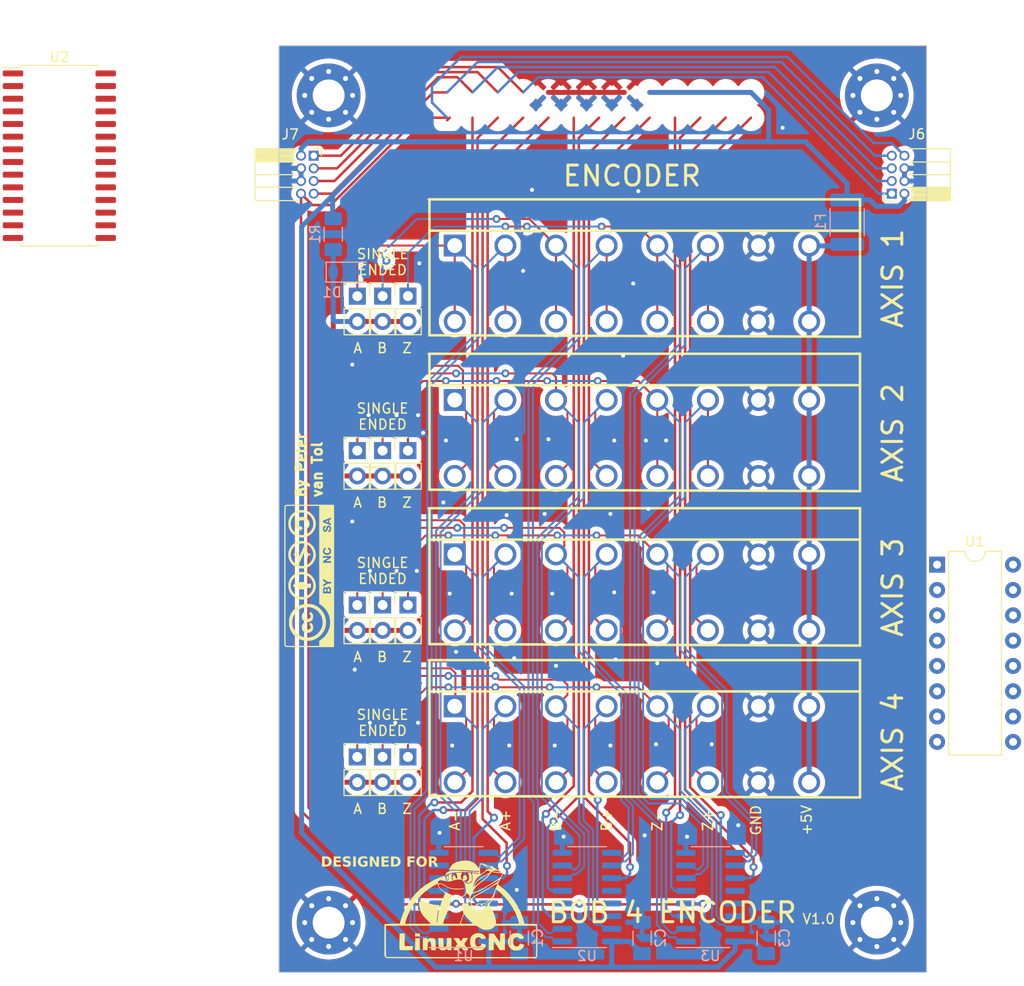
<source format=kicad_pcb>
(kicad_pcb (version 20221018) (generator pcbnew)
  (layers (0 "F.Cu" signal) (31 "B.Cu" signal) (34 "B.Paste" user) (35 "F.Paste" user) (36 "B.SilkS" user "B.Silkscreen") (37 "F.SilkS" user "F.Silkscreen") (38 "B.Mask" user) (39 "F.Mask" user) (44 "Edge.Cuts" user))
  (net 0 "")
  (net 1 "+5V")
  (net 2 "GND")
  (net 3 "5V_Fused")
  (net 4 "ENA")
  (net 5 "ENC1_A")
  (net 6 "ENC2_A")
  (net 7 "ENC3_A")
  (net 8 "ENC4_A")
  (net 9 "ENC1_B")
  (net 10 "ENC2_B")
  (net 11 "ENC3_B")
  (net 12 "ENC4_B")
  (net 13 "ENC1_Z")
  (net 14 "ENC2_Z")
  (net 15 "ENC3_Z")
  (net 16 "ENC4_Z")
  (net 17 "ENC1_A-")
  (net 18 "ENC1_A+")
  (net 19 "ENC2_A+")
  (net 20 "ENC2_A-")
  (net 21 "ENC3_A+")
  (net 22 "ENC3_A-")
  (net 24 "ENC4_A+")
  (net 25 "ENC4_A-")
  (net 26 "ENC1_B-")
  (net 27 "ENC1_B+")
  (net 28 "ENC2_B+")
  (net 29 "ENC2_B-")
  (net 30 "ENC3_B-")
  (net 31 "ENC3_B+")
  (net 33 "ENC4_B+")
  (net 34 "ENC4_B-")
  (net 35 "ENC1_Z-")
  (net 36 "ENC1_Z+")
  (net 37 "ENC2_Z+")
  (net 38 "ENC2_Z-")
  (net 39 "ENC3_Z-")
  (net 40 "ENC3_Z+")
  (net 42 "ENC4_Z+")
  (net 43 "ENC4_Z-")
  (net 44 "EXT1")
  (net 45 "EXT2")
  (net 46 "EXT3")
  (net 47 "EXT4")
  (net 48 "+2V5")
  (footprint "LOGO" (layer "F.Cu") (at 3.048 53.213 90)
    (fp_text reference "G***" hide)
    (fp_text value "LOGO" hide)
  )
  (footprint "AliExpress:CONN-TH_8P-P5.08_KF142V-5.08-8P" (layer "F.Cu") (at 35.433036 70.108945 180)
    (fp_text reference "J5" hide)
    (fp_text value "Screw_Terminal_01x08" hide)
  )
  (footprint "Connector_PinHeader_2.54mm:PinHeader_1x02_P2.54mm_Vertical" (layer "F.Cu") (at 10.419 25.141)
    (fp_text reference "JP2" hide)
    (fp_text value "Jumper_2_Open" hide)
  )
  (footprint "Connector_PinHeader_2.54mm:PinHeader_1x02_P2.54mm_Vertical" (layer "F.Cu") (at 7.874 40.64)
    (fp_text reference "JP7" hide)
    (fp_text value "Jumper_2_Open" hide)
  )
  (footprint "Connector_PinHeader_2.54mm:PinHeader_1x02_P2.54mm_Vertical" (layer "F.Cu") (at 7.879 25.146)
    (fp_text reference "JP1" hide)
    (fp_text value "Jumper_2_Open" hide)
  )
  (footprint "LOGO" (layer "F.Cu") (at 18.288 86.614)
    (fp_text reference "G***" hide)
    (fp_text value "LOGO" hide)
  )
  (footprint "AliExpress:CONN-TH_8P-P5.08_KF142V-5.08-8P" (layer "F.Cu") (at 35.433036 54.868945 180)
    (fp_text reference "J3" hide)
    (fp_text value "Screw_Terminal_01x08" hide)
  )
  (footprint "Connector_PinSocket_1.27mm:PinSocket_2x04_P1.27mm_Horizontal" (layer "F.Cu") (at 3.5 11.049)
    (fp_text reference "J7")
    (fp_text value "Conn_02x04_Odd_Even")
  )
  (footprint "Connector_PinHeader_2.54mm:PinHeader_1x02_P2.54mm_Vertical" (layer "F.Cu") (at 12.954 40.64)
    (fp_text reference "JP9" hide)
    (fp_text value "Jumper_2_Open" hide)
  )
  (footprint "Package_SO:SOIC-28W_7.5x17.9mm_P1.27mm" (layer "F.Cu") (at -22.02 11.049)
    (fp_text reference "U2")
    (fp_text value "MCP23017_SO")
  )
  (footprint "Connector_PinHeader_2.54mm:PinHeader_1x02_P2.54mm_Vertical" (layer "F.Cu") (at 10.414 71.374)
    (fp_text reference "JP11" hide)
    (fp_text value "Jumper_2_Open" hide)
  )
  (footprint "Connector_PinHeader_2.54mm:PinHeader_1x02_P2.54mm_Vertical" (layer "F.Cu") (at 12.954 71.374)
    (fp_text reference "JP12" hide)
    (fp_text value "Jumper_2_Open" hide)
  )
  (footprint "Connector_PinSocket_1.27mm:PinSocket_2x04_P1.27mm_Horizontal" (layer "F.Cu") (at 61.5 14.859 180)
    (fp_text reference "J6")
    (fp_text value "Conn_02x04_Odd_Even")
  )
  (footprint "Connector_PinHeader_2.54mm:PinHeader_1x02_P2.54mm_Vertical" (layer "F.Cu") (at 12.959 25.141)
    (fp_text reference "JP3" hide)
    (fp_text value "Jumper_2_Open" hide)
  )
  (footprint "MountingHole:MountingHole_3.2mm_M3_Pad_Via" (layer "F.Cu") (at 60 88)
    (fp_text reference "H3" hide)
    (fp_text value "MountingHole_Pad")
  )
  (footprint "MountingHole:MountingHole_3.2mm_M3_Pad_Via" (layer "F.Cu") (at 5 5)
    (fp_text reference "H1" hide)
    (fp_text value "MountingHole_Pad" hide)
  )
  (footprint "Connector_PinHeader_2.54mm:PinHeader_1x02_P2.54mm_Vertical" (layer "F.Cu") (at 7.874 71.379)
    (fp_text reference "JP10" hide)
    (fp_text value "Jumper_2_Open" hide)
  )
  (footprint "MountingHole:MountingHole_3.2mm_M3_Pad_Via" (layer "F.Cu") (at 60 5)
    (fp_text reference "H4" hide)
    (fp_text value "MountingHole_Pad")
  )
  (footprint "AliExpress:CONN-TH_8P-P5.08_KF142V-5.08-8P" (layer "F.Cu") (at 35.433036 23.880945 180)
    (fp_text reference "J2" hide)
    (fp_text value "Screw_Terminal_01x08" hide)
  )
  (footprint "Package_DIP:DIP-16_W7.62mm" (layer "F.Cu") (at 66.05 52.085)
    (fp_text reference "U1")
    (fp_text value "LTV-844")
  )
  (footprint "AliExpress:CONN-TH_8P-P5.08_KF142V-5.08-8P" (layer "F.Cu") (at 35.433036 39.374945 180)
    (fp_text reference "J4" hide)
    (fp_text value "Screw_Terminal_01x08" hide)
  )
  (footprint "MountingHole:MountingHole_3.2mm_M3_Pad_Via" (layer "F.Cu") (at 5 88)
    (fp_text reference "H2" hide)
    (fp_text value "MountingHole_Pad" hide)
  )
  (footprint "Connector_PinHeader_2.54mm:PinHeader_1x02_P2.54mm_Vertical" (layer "F.Cu") (at 7.874 56.139)
    (fp_text reference "JP4" hide)
    (fp_text value "Jumper_2_Open" hide)
  )
  (footprint "Connector_PinHeader_2.54mm:PinHeader_1x02_P2.54mm_Vertical" (layer "F.Cu") (at 10.414 56.134)
    (fp_text reference "JP5" hide)
    (fp_text value "Jumper_2_Open" hide)
  )
  (footprint "Connector_PinHeader_2.54mm:PinHeader_1x02_P2.54mm_Vertical" (layer "F.Cu") (at 10.414 40.64)
    (fp_text reference "JP8" hide)
    (fp_text value "Jumper_2_Open" hide)
  )
  (footprint "Connector_PinHeader_2.54mm:PinHeader_1x02_P2.54mm_Vertical" (layer "F.Cu") (at 12.954 56.134)
    (fp_text reference "JP6" hide)
    (fp_text value "Jumper_2_Open" hide)
  )
  (footprint "Package_SO:SOIC-16_3.9x9.9mm_P1.27mm" (layer "B.Cu") (at 30.923 85.4413)
    (fp_text reference "U2")
    (fp_text value "AM26LV32xD")
  )
  (footprint "Package_SO:SOIC-16_3.9x9.9mm_P1.27mm" (layer "B.Cu") (at 43.307 85.4413)
    (fp_text reference "U3")
    (fp_text value "AM26LV32xD")
  )
  (footprint "Capacitor_SMD:C_1206_3216Metric_Pad1.33x1.80mm_HandSolder" (layer "B.Cu") (at 48.895 89.535 90)
    (fp_text reference "C3")
    (fp_text value "0.1uF")
  )
  (footprint "Package_SO:SOIC-16_3.9x9.9mm_P1.27mm" (layer "B.Cu") (at 18.542 85.4413)
    (fp_text reference "U1")
    (fp_text value "AM26LV32xD")
  )
  (footprint "Diode_SMD:D_SOD-123" (layer "B.Cu") (at 7.111 22.733)
    (fp_text reference "D1")
    (fp_text value "MMSZ5222BT1G")
  )
  (footprint "Resistor_SMD:R_1206_3216Metric_Pad1.30x1.75mm_HandSolder" (layer "B.Cu") (at 5.461 18.923 -90)
    (fp_text reference "R1")
    (fp_text value "R")
  )
  (footprint "Resistor_SMD:R_1812_4532Metric_Pad1.30x3.40mm_HandSolder" (layer "B.Cu") (at 57.023 17.719 -90)
    (fp_text reference "F1")
    (fp_text value "Polyfuse_Small")
  )
  (footprint "Capacitor_SMD:C_1206_3216Metric_Pad1.33x1.80mm_HandSolder" (layer "B.Cu") (at 36.449 89.535 90)
    (fp_text reference "C2")
    (fp_text value "0.1uF")
  )
  (footprint "Capacitor_SMD:C_1206_3216Metric_Pad1.33x1.80mm_HandSolder" (layer "B.Cu") (at 24.13 89.535 90)
    (fp_text reference "C1")
    (fp_text value "0.1uF")
  )
  (gr_line (start 8.509 42.291) (end 11.049 42.291) (stroke (width 0.15)) (layer "F.SilkS"))
  (gr_rect (start 0 0) (end 65 93) (stroke (width 0.1)) (fill none) (layer "Edge.Cuts"))
  (gr_text "By Peter \nvan Tol" (at 3.048 45.466 90) (layer "F.SilkS") (effects (font (size 1 1) (thickness 0.25)) (justify left)))
  (gr_text "A  B  Z" (at 10.419 30.353) (layer "F.SilkS") (effects (font (size 1 1))))
  (gr_text "AXIS 1" (at 61.595 23.368 90) (layer "F.SilkS") (effects (font (size 2 2) (thickness 0.3))))
  (gr_text "V1.0" (at 52.451 87.63) (layer "F.SilkS") (effects (font (size 1 1)) (justify left)))
  (gr_text "SINGLE\nENDED" (at 10.414 67.945) (layer "F.SilkS") (effects (font (size 1 1))))
  (gr_text "Z-" (at 37.973 77.724 90) (layer "F.SilkS") (effects (font (size 1 1))))
  (gr_text "SINGLE\nENDED" (at 10.419 21.717) (layer "F.SilkS") (effects (font (size 1 1))))
  (gr_text "AXIS 3" (at 61.595 54.356 90) (layer "F.SilkS") (effects (font (size 2 2) (thickness 0.3))))
  (gr_text "AXIS 2" (at 61.595 38.862 90) (layer "F.SilkS") (effects (font (size 2 2) (thickness 0.3))))
  (gr_text "A-" (at 17.653 77.724 90) (layer "F.SilkS") (effects (font (size 1 1))))
  (gr_text "ENCODER" (at 35.433 13.081) (layer "F.SilkS") (effects (font (size 2 2) (thickness 0.3))))
  (gr_text "DESIGNED FOR" (at 16.002 82.55) (layer "F.SilkS") (effects (font (size 1 1) (thickness 0.2) bold) (justify right bottom)))
  (gr_text "BOB 4 ENCODER" (at 39.497 86.995) (layer "F.SilkS") (effects (font (size 2 2) (thickness 0.3))))
  (gr_text "A  B  Z" (at 10.414 76.581) (layer "F.SilkS") (effects (font (size 1 1))))
  (gr_text "B-" (at 27.813 77.724 90) (layer "F.SilkS") (effects (font (size 1 1))))
  (gr_text "AXIS 4" (at 61.595 69.85 90) (layer "F.SilkS") (effects (font (size 2 2) (thickness 0.3))))
  (gr_text "+5V" (at 52.959 77.724 90) (layer "F.SilkS") (effects (font (size 1 1))))
  (gr_text "SINGLE\nENDED" (at 10.414 52.705) (layer "F.SilkS") (effects (font (size 1 1))))
  (gr_text "Z+" (at 43.053 77.724 90) (layer "F.SilkS") (effects (font (size 1 1))))
  (gr_text "A  B  Z" (at 10.414 61.341) (layer "F.SilkS") (effects (font (size 1 1))))
  (gr_text "A  B  Z" (at 10.409 45.852) (layer "F.SilkS") (effects (font (size 1 1))))
  (gr_text "B+" (at 32.893 77.724 90) (layer "F.SilkS") (effects (font (size 1 1))))
  (gr_text "GND" (at 47.879 77.724 90) (layer "F.SilkS") (effects (font (size 1 1))))
  (gr_text "SINGLE\nENDED" (at 10.409 37.216) (layer "F.SilkS") (effects (font (size 1 1))))
  (gr_text "A+" (at 22.733 77.724 90) (layer "F.SilkS") (effects (font (size 1 1))))
  (segment (start 33.398 89.8863) (end 35.2998 89.8863) (width 0.5) (layer "B.Cu") (net 1))
  (segment (start 10.795 9.652) (end 16.129 9.652) (width 0.5) (layer "B.Cu") (net 1))
  (segment (start 47.371 4.699) (end 49.149 6.477) (width 0.5) (layer "B.Cu") (net 1))
  (segment (start 35.2998 89.9483) (end 36.449 91.0975) (width 0.5) (layer "B.Cu") (net 1))
  (segment (start 2.23 10.341894) (end 2.23 11.049) (width 0.5) (layer "B.Cu") (net 1))
  (segment (start 44.069 92.456) (end 33.401 92.456) (width 0.5) (layer "B.Cu") (net 1))
  (segment (start 59.944 16.129) (end 62.207106 16.129) (width 0.5) (layer "B.Cu") (net 1))
  (segment (start 52.832 9.652) (end 57.023 13.843) (width 0.5) (layer "B.Cu") (net 1))
  (segment (start 5.3975 15.0495) (end 10.795 9.652) (width 0.5) (layer "B.Cu") (net 1))
  (segment (start 47.371 4.699) (end 37.211 4.699) (width 0.5) (layer "B.Cu") (net 1))
  (segment (start 2.919894 9.652) (end 2.23 10.341894) (width 0.5) (layer "B.Cu") (net 1))
  (segment (start 21.082 92.456) (end 15.748 92.456) (width 0.5) (layer "B.Cu") (net 1))
  (segment (start 21.082 89.9513) (end 21.017 89.8863) (width 0.5) (layer "B.Cu") (net 1))
  (segment (start 2.286 18.161) (end 5.3975 15.0495) (width 0.5) (layer "B.Cu") (net 1))
  (segment (start 59.309 15.494) (end 59.944 16.129) (width 0.5) (layer "B.Cu") (net 1))
  (segment (start 12.192 9.652) (end 2.919894 9.652) (width 0.5) (layer "B.Cu") (net 1))
  (segment (start 35.2998 89.8863) (end 35.2998 89.9483) (width 0.5) (layer "B.Cu") (net 1))
  (segment (start 15.748 92.456) (end 2.286 78.994) (width 0.5) (layer "B.Cu") (net 1))
  (segment (start 45.782 90.743) (end 45.782 89.8863) (width 0.5) (layer "B.Cu") (net 1))
  (segment (start 21.082 92.456) (end 21.082 89.9513) (width 0.5) (layer "B.Cu") (net 1))
  (segment (start 49.149 6.477) (end 49.149 9.652) (width 0.5) (layer "B.Cu") (net 1))
  (segment (start 5.3975 17.3095) (end 5.461 17.373) (width 0.5) (layer "B.Cu") (net 1))
  (segment (start 22.9188 89.8863) (end 23.749 90.7165) (width 0.5) (layer "B.Cu") (net 1))
  (segment (start 5.3975 15.0495) (end 5.3975 17.3095) (width 0.5) (layer "B.Cu") (net 1))
  (segment (start 62.77 15.566106) (end 62.77 14.859) (width 0.5) (layer "B.Cu") (net 1))
  (segment (start 57.023 13.843) (end 57.023 15.494) (width 0.5) (layer "B.Cu") (net 1))
  (segment (start 47.6838 89.8863) (end 45.782 89.8863) (width 0.5) (layer "B.Cu") (net 1))
  (segment (start 33.401 92.456) (end 33.401 89.919) (width 0.5) (layer "B.Cu") (net 1))
  (segment (start 49.149 9.652) (end 52.832 9.652) (width 0.5) (layer "B.Cu") (net 1))
  (segment (start 48.895 91.0975) (end 47.6838 89.8863) (width 0.5) (layer "B.Cu") (net 1))
  (segment (start 62.207106 16.129) (end 62.77 15.566106) (width 0.5) (layer "B.Cu") (net 1))
  (segment (start 21.017 89.8863) (end 22.9188 89.8863) (width 0.5) (layer "B.Cu") (net 1))
  (segment (start 57.023 15.494) (end 59.309 15.494) (width 0.5) (layer "B.Cu") (net 1))
  (segment (start 45.847 89.9513) (end 45.782 89.8863) (width 0.5) (layer "B.Cu") (net 1))
  (segment (start 12.192 9.652) (end 49.022 9.652) (width 0.5) (layer "B.Cu") (net 1))
  (segment (start 33.463 89.9513) (end 33.398 89.8863) (width 0.5) (layer "B.Cu") (net 1))
  (segment (start 2.286 78.994) (end 2.286 18.161) (width 0.5) (layer "B.Cu") (net 1))
  (segment (start 44.069 92.456) (end 45.782 90.743) (width 0.5) (layer "B.Cu") (net 1))
  (segment (start 33.274 92.456) (end 21.082 92.456) (width 0.5) (layer "B.Cu") (net 1))
  (segment (start 34.671 4.699) (end 27.051 4.699) (width 0.5) (layer "F.Cu") (net 2))
  (via (at 24.511 22.606) (size 0.8) (drill 0.4) (layers "F.Cu" "B.Cu") (net 2))
  (via (at 23.622 61.468) (size 0.8) (drill 0.4) (layers "F.Cu" "B.Cu") (net 2))
  (via (at 7.62 62.611) (size 0.8) (drill 0.4) (layers "F.Cu" "B.Cu") (net 2))
  (via (at 50.546 8.255) (size 0.8) (drill 0.4) (layers "F.Cu" "B.Cu") (net 2))
  (via (at 17.78 60.833) (size 0.8) (drill 0.4) (layers "F.Cu" "B.Cu") (net 2))
  (via (at 11.811 52.705) (size 0.8) (drill 0.4) (layers "F.Cu" "B.Cu") (net 2))
  (via (at 25.4 14.478) (size 0.8) (drill 0.4) (layers "F.Cu" "B.Cu") (net 2))
  (via (at 9.017 37.084) (size 0.8) (drill 0.4) (layers "F.Cu" "B.Cu") (net 2))
  (via (at 33.274 70.231) (size 0.8) (drill 0.4) (layers "F.Cu" "B.Cu") (net 2))
  (via (at 27.686 70.231) (size 0.8) (drill 0.4) (layers "F.Cu" "B.Cu") (net 2))
  (via (at 27.432 54.991) (size 0.8) (drill 0.4) (layers "F.Cu" "B.Cu") (net 2))
  (via (at 23.114 70.231) (size 0.8) (drill 0.4) (layers "F.Cu" "B.Cu") (net 2))
  (via (at 36.703 79.248) (size 0.8) (drill 0.4) (layers "F.Cu" "B.Cu") (net 2))
  (via (at 46.101 78.232) (size 0.8) (drill 0.4) (layers "F.Cu" "B.Cu") (net 2))
  (via (at 16.764 39.624) (size 0.8) (drill 0.4) (layers "F.Cu" "B.Cu") (net 2))
  (via (at 22.86 47.117) (size 0.8) (drill 0.4) (layers "F.Cu" "B.Cu") (net 2))
  (via (at 33.782 61.595) (size 0.8) (drill 0.4) (layers "F.Cu" "B.Cu") (net 2))
  (via (at 26.67 46.99) (size 0.8) (drill 0.4) (layers "F.Cu" "B.Cu") (net 2))
  (via (at 37.846 70.104) (size 0.8) (drill 0.4) (layers "F.Cu" "B.Cu") (net 2))
  (via (at 9.144 67.945) (size 0.8) (drill 0.4) (layers "F.Cu" "B.Cu") (net 2))
  (via (at 11.811 37.084) (size 0.8) (drill 0.4) (layers "F.Cu" "B.Cu") (net 2))
  (via (at 13.843 52.705) (size 0.8) (drill 0.4) (layers "F.Cu" "B.Cu") (net 2))
  (via (at 28.575 79.375) (size 0.8) (drill 0.4) (layers "F.Cu" "B.Cu") (net 2))
  (via (at 23.368 54.991) (size 0.8) (drill 0.4) (layers "F.Cu" "B.Cu") (net 2))
  (via (at 38.862 39.624) (size 0.8) (drill 0.4) (layers "F.Cu" "B.Cu") (net 2))
  (via (at 17.145 54.991) (size 0.8) (drill 0.4) (layers "F.Cu" "B.Cu") (net 2))
  (via (at 35.56 23.876) (size 0.8) (drill 0.4) (layers "F.Cu" "B.Cu") (net 2))
  (via (at 37.973 61.976) (size 0.8) (drill 0.4) (layers "F.Cu" "B.Cu") (net 2))
  (via (at 23.876 84.709) (size 0.8) (drill 0.4) (layers "F.Cu" "B.Cu") (net 2))
  (via (at 7.366 32.004) (size 0.8) (drill 0.4) (layers "F.Cu" "B.Cu") (net 2))
  (via (at 33.655 39.624) (size 0.8) (drill 0.4) (layers "F.Cu" "B.Cu") (net 2))
  (via (at 37.592 54.864) (size 0.8) (drill 0.4) (layers "F.Cu" "B.Cu") (net 2))
  (via (at 33.655 54.864) (size 0.8) (drill 0.4) (layers "F.Cu" "B.Cu") (net 2))
  (via (at 14.097 21.844) (size 0.8) (drill 0.4) (layers "F.Cu" "B.Cu") (net 2))
  (via (at 7.366 47.752) (size 0.8) (drill 0.4) (layers "F.Cu" "B.Cu") (net 2))
  (via (at 33.274 46.99) (size 0.8) (drill 0.4) (layers "F.Cu" "B.Cu") (net 2))
  (via (at 36.068 14.605) (size 0.8) (drill 0.4) (layers "F.Cu" "B.Cu") (net 2))
  (via (at 27.813 62.23) (size 0.8) (drill 0.4) (layers "F.Cu" "B.Cu") (net 2))
  (via (at 27.051 39.497) (size 0.8) (drill 0.4) (layers "F.Cu" "B.Cu") (net 2))
  (via (at 36.83 39.624) (size 0.8) (drill 0.4) (layers "F.Cu" "B.Cu") (net 2))
  (via (at 37.084 46.482) (size 0.8) (drill 0.4) (layers "F.Cu" "B.Cu") (net 2))
  (via (at 9.144 52.705) (size 0.8) (drill 0.4) (layers "F.Cu" "B.Cu") (net 2))
  (via (at 43.434 70.104) (size 0.8) (drill 0.4) (layers "F.Cu" "B.Cu") (net 2))
  (via (at 16.129 78.994) (size 0.8) (drill 0.4) (layers "F.Cu" "B.Cu") (net 2))
  (via (at 13.97 67.945) (size 0.8) (drill 0.4) (layers "F.Cu" "B.Cu") (net 2))
  (via (at 17.399 70.231) (size 0.8) (drill 0.4) (layers "F.Cu" "B.Cu") (net 2))
  (via (at 16.51 45.847) (size 0.8) (drill 0.4) (layers "F.Cu" "B.Cu") (net 2))
  (via (at 11.684 67.945) (size 0.8) (drill 0.4) (layers "F.Cu" "B.Cu") (net 2))
  (via (at 13.97 37.084) (size 0.8) (drill 0.4) (layers "F.Cu" "B.Cu") (net 2))
  (via (at 23.876 39.497) (size 0.8) (drill 0.4) (layers "F.Cu" "B.Cu") (net 2))
  (via (at 34.544 31.115) (size 0.8) (drill 0.4) (layers "F.Cu" "B.Cu") (net 2))
  (via (at 40.959 79.375) (size 0.8) (drill 0.4) (layers "F.Cu" "B.Cu") (net 2))
  (segment (start 24.622989 22.494011) (end 24.638 22.479) (width 0.25) (layer "B.Cu") (net 2))
  (segment (start 24.384 22.479) (end 24.511 22.606) (width 0.25) (layer "B.Cu") (net 2))
  (segment (start 34.544 45.72) (end 34.544 40.513) (width 0.25) (layer "B.Cu") (net 2))
  (segment (start 48.132989 35.704959) (end 48.133 35.704948) (width 0.508) (layer "B.Cu") (net 2))
  (segment (start 34.318031 55.527031) (end 33.655 54.864) (width 0.25) (layer "B.Cu") (net 2))
  (segment (start 25.4 14.478) (end 24.167 15.711) (width 0.25) (layer "B.Cu") (net 2))
  (segment (start 34.544 53.975) (end 34.544 48.26) (width 0.25) (layer "B.Cu") (net 2))
  (segment (start 33.274 46.99) (end 34.544 45.72) (width 0.25) (layer "B.Cu") (net 2))
  (segment (start 24.511 22.606) (end 24.622989 22.494011) (width 0.25) (layer "B.Cu") (net 2))
  (segment (start 33.782 61.595) (end 34.318031 61.058969) (width 0.25) (layer "B.Cu") (net 2))
  (segment (start 24.384 18.678305) (end 24.384 22.479) (width 0.25) (layer "B.Cu") (net 2))
  (segment (start 34.544 38.227) (end 34.544 31.115) (width 0.25) (layer "B.Cu") (net 2))
  (segment (start 24.167 15.711) (end 24.167 18.461305) (width 0.25) (layer "B.Cu") (net 2))
  (segment (start 24.167 18.461305) (end 24.384 18.678305) (width 0.25) (layer "B.Cu") (net 2))
  (segment (start 23.368 54.991) (end 24.384 53.975) (width 0.25) (layer "B.Cu") (net 2))
  (segment (start 23.876 39.497) (end 24.622989 38.750011) (width 0.25) (layer "B.Cu") (net 2))
  (segment (start 33.655 54.864) (end 34.544 53.975) (width 0.25) (layer "B.Cu") (net 2))
  (segment (start 34.544 40.513) (end 33.655 39.624) (width 0.25) (layer "B.Cu") (net 2))
  (segment (start 34.318031 61.058969) (end 34.318031 55.527031) (width 0.25) (layer "B.Cu") (net 2))
  (segment (start 34.544 48.26) (end 33.274 46.99) (width 0.25) (layer "B.Cu") (net 2))
  (segment (start 33.655 39.624) (end 34.544 38.735) (width 0.25) (layer "B.Cu") (net 2))
  (segment (start 24.622989 38.750011) (end 24.511 22.606) (width 0.25) (layer "B.Cu") (net 2))
  (segment (start 34.544 38.735) (end 34.544 38.227) (width 0.25) (layer "B.Cu") (net 2))
  (segment (start 24.384 53.975) (end 24.384 40.005) (width 0.25) (layer "B.Cu") (net 2))
  (segment (start 24.384 40.005) (end 23.876 39.497) (width 0.25) (layer "B.Cu") (net 2))
  (segment (start 48.13302 27.725339) (end 48.133 27.725319) (width 0.508) (layer "B.Cu") (net 2))
  (segment (start 53.213021 20.100253) (end 53.213031 20.100243) (width 0.25) (layer "B.Cu") (net 3))
  (segment (start 53.213021 73.918842) (end 53.213021 20.100253) (width 0.508) (layer "B.Cu") (net 3))
  (segment (start 57.023 20.092) (end 57.014757 20.100243) (width 0.25) (layer "B.Cu") (net 3))
  (segment (start 57.014757 20.100243) (end 53.213031 20.100243) (width 0.508) (layer "B.Cu") (net 3))
  (segment (start 11.6205 86.1695) (end 2.23 76.779) (width 0.25) (layer "F.Cu") (net 4))
  (segment (start 5.207 16.002) (end 13.97 7.239) (width 0.25) (layer "F.Cu") (net 4))
  (segment (start 26.253 86.1695) (end 30.0975 86.1695) (width 0.25) (layer "F.Cu") (net 4))
  (segment (start 17.8435 86.1695) (end 38.6715 86.1695) (width 0.25) (layer "F.Cu") (net 4))
  (segment (start 13.97 7.239) (end 16.891 7.239) (width 0.25) (layer "F.Cu") (net 4))
  (segment (start 2.23 14.859) (end 3.373 16.002) (width 0.25) (layer "F.Cu") (net 4))
  (segment (start 17.7165 86.1695) (end 11.6205 86.1695) (width 0.25) (layer "F.Cu") (net 4))
  (segment (start 38.637 86.1695) (end 42.4815 86.1695) (width 0.25) (layer "F.Cu") (net 4))
  (segment (start 2.23 76.779) (end 2.23 14.859) (width 0.25) (layer "F.Cu") (net 4))
  (segment (start 42.545 86.106) (end 42.6085 86.1695) (width 0.25) (layer "F.Cu") (net 4))
  (segment (start 16.891 7.493) (end 17.145 7.239) (width 0.25) (layer "F.Cu") (net 4))
  (segment (start 17.78 86.106) (end 17.8435 86.1695) (width 0.25) (layer "F.Cu") (net 4))
  (segment (start 17.78 86.106) (end 17.7165 86.1695) (width 0.25) (layer "F.Cu") (net 4))
  (segment (start 3.373 16.002) (end 5.207 16.002) (width 0.25) (layer "F.Cu") (net 4))
  (segment (start 42.4815 86.1695) (end 42.545 86.106) (width 0.25) (layer "F.Cu") (net 4))
  (segment (start 30.161 86.106) (end 30.2245 86.1695) (width 0.25) (layer "F.Cu") (net 4))
  (segment (start 30.0975 86.1695) (end 30.161 86.106) (width 0.25) (layer "F.Cu") (net 4))
  (via (at 30.161 86.106) (size 0.8) (drill 0.4) (layers "F.Cu" "B.Cu") (net 4))
  (via (at 17.78 86.106) (size 0.8) (drill 0.4) (layers "F.Cu" "B.Cu") (net 4))
  (via (at 42.545 86.106) (size 0.8) (drill 0.4) (layers "F.Cu" "B.Cu") (net 4))
  (segment (start 15.367 5.715) (end 15.367 4.064) (width 0.25) (layer "B.Cu") (net 4))
  (segment (start 15.367 4.064) (end 18.288 1.143) (width 0.25) (layer "B.Cu") (net 4))
  (segment (start 17.7503 86.0763) (end 17.78 86.106) (width 0.25) (layer "B.Cu") (net 4))
  (segment (start 28.448 86.0763) (end 30.1313 86.0763) (width 0.25) (layer "B.Cu") (net 4))
  (segment (start 40.832 86.0763) (end 42.5153 86.0763) (width 0.25) (layer "B.Cu") (net 4))
  (segment (start 61.5 9.779) (end 62.77 11.049) (width 0.25) (layer "B.Cu") (net 4))
  (segment (start 16.067 86.0763) (end 17.7503 86.0763) (width 0.25) (layer "B.Cu") (net 4))
  (segment (start 18.288 1.143) (end 51.054 1.143) (width 0.25) (layer "B.Cu") (net 4))
  (segment (start 59.69 9.779) (end 61.5 9.779) (width 0.25) (layer "B.Cu") (net 4))
  (segment (start 16.891 7.239) (end 15.367 5.715) (width 0.25) (layer "B.Cu") (net 4))
  (segment (start 42.5153 86.0763) (end 42.545 86.106) (width 0.25) (layer "B.Cu") (net 4))
  (segment (start 30.1313 86.0763) (end 30.161 86.106) (width 0.25) (layer "B.Cu") (net 4))
  (segment (start 51.054 1.143) (end 59.69 9.779) (width 0.25) (layer "B.Cu") (net 4))
  (segment (start 19.431 7.239) (end 19.431 74.803) (width 0.25) (layer "F.Cu") (net 5))
  (segment (start 18.288 75.946) (end 15.621 75.946) (width 0.25) (layer "F.Cu") (net 5))
  (segment (start 19.431 74.803) (end 18.288 75.946) (width 0.25) (layer "F.Cu") (net 5))
  (via (at 15.621 75.946) (size 0.8) (drill 0.4) (layers "F.Cu" "B.Cu") (net 5))
  (segment (start 14.097 77.216) (end 15.367 75.946) (width 0.25) (layer "B.Cu") (net 5))
  (segment (start 15.367 75.946) (end 15.621 75.946) (width 0.25) (layer "B.Cu") (net 5))
  (segment (start 16.067 87.3463) (end 14.8293 87.3463) (width 0.25) (layer "B.Cu") (net 5))
  (segment (start 14.8293 87.3463) (end 14.097 86.614) (width 0.25) (layer "B.Cu") (net 5))
  (segment (start 14.097 86.614) (end 14.097 77.216) (width 0.25) (layer "B.Cu") (net 5))
  (segment (start 19.939 9.271) (end 21.971 7.239) (width 0.25) (layer "F.Cu") (net 6))
  (segment (start 16.51 76.708) (end 18.796 76.708) (width 0.25) (layer "F.Cu") (net 6))
  (segment (start 18.796 76.708) (end 19.939 75.565) (width 0.25) (layer "F.Cu") (net 6))
  (segment (start 19.939 75.565) (end 19.939 9.271) (width 0.25) (layer "F.Cu") (net 6))
  (via (at 16.51 76.708) (size 0.8) (drill 0.4) (layers "F.Cu" "B.Cu") (net 6))
  (segment (start 14.9563 84.8063) (end 16.067 84.8063) (width 0.25) (layer "B.Cu") (net 6))
  (segment (start 14.605 84.455) (end 14.9563 84.8063) (width 0.25) (layer "B.Cu") (net 6))
  (segment (start 16.51 76.708) (end 15.494 76.708) (width 0.25) (layer "B.Cu") (net 6))
  (segment (start 14.605 77.597) (end 14.605 84.455) (width 0.25) (layer "B.Cu") (net 6))
  (segment (start 15.494 76.708) (end 14.605 77.597) (width 0.25) (layer "B.Cu") (net 6))
  (segment (start 20.447 77.597) (end 20.447 11.303) (width 0.25) (layer "F.Cu") (net 7))
  (segment (start 22.86 82.266309) (end 22.86 80.01) (width 0.25) (layer "F.Cu") (net 7))
  (segment (start 22.86 80.01) (end 20.447 77.597) (width 0.25) (layer "F.Cu") (net 7))
  (segment (start 22.893567 82.299876) (end 22.86 82.266309) (width 0.25) (layer "F.Cu") (net 7))
  (segment (start 20.447 11.303) (end 24.511 7.239) (width 0.25) (layer "F.Cu") (net 7))
  (via (at 22.893567 82.299876) (size 0.8) (drill 0.4) (layers "F.Cu" "B.Cu") (net 7))
  (segment (start 22.5087 83.5363) (end 21.017 83.5363) (width 0.25) (layer "B.Cu") (net 7))
  (segment (start 22.893567 82.299876) (end 22.893567 83.151433) (width 0.25) (layer "B.Cu") (net 7))
  (segment (start 22.893567 83.151433) (end 22.5087 83.5363) (width 0.25) (layer "B.Cu") (net 7))
  (segment (start 20.955 13.335) (end 27.051 7.239) (width 0.25) (layer "F.Cu") (net 8))
  (segment (start 21.59 77.47) (end 20.955 76.835) (width 0.25) (layer "F.Cu") (net 8))
  (segment (start 20.955 76.835) (end 20.955 13.335) (width 0.25) (layer "F.Cu") (net 8))
  (via (at 21.59 77.47) (size 0.8) (drill 0.4) (layers "F.Cu" "B.Cu") (net 8))
  (segment (start 19.573 85.74) (end 19.573 79.517) (width 0.25) (layer "B.Cu") (net 8))
  (segment (start 19.9093 86.0763) (end 19.812 85.979) (width 0.25) (layer "B.Cu") (net 8))
  (segment (start 19.812 85.979) (end 19.573 85.74) (width 0.25) (layer "B.Cu") (net 8))
  (segment (start 21.017 86.0763) (end 19.9093 86.0763) (width 0.25) (layer "B.Cu") (net 8))
  (segment (start 19.573 79.487) (end 21.59 77.47) (width 0.25) (layer "B.Cu") (net 8))
  (segment (start 21.59 77.47) (end 21.463 77.597) (width 0.25) (layer "B.Cu") (net 8))
  (segment (start 19.573 79.517) (end 19.573 79.487) (width 0.25) (layer "B.Cu") (net 8))
  (segment (start 29.591 74.295) (end 29.591 7.239) (width 0.25) (layer "F.Cu") (net 9))
  (segment (start 26.797 77.089) (end 29.591 74.295) (width 0.25) (layer "F.Cu") (net 9))
  (via (at 26.797 77.089) (size 0.8) (drill 0.4) (layers "F.Cu" "B.Cu") (net 9))
  (segment (start 28.448 87.3463) (end 27.2103 87.3463) (width 0.25) (layer "B.Cu") (net 9))
  (segment (start 27.2103 87.3463) (end 26.478 86.614) (width 0.25) (layer "B.Cu") (net 9))
  (segment (start 26.797 77.089) (end 26.478 77.47) (width 0.25) (layer "B.Cu") (net 9))
  (segment (start 27.74 87.3422) (end 28.415 87.3422) (width 0.2) (layer "B.Cu") (net 9))
  (segment (start 26.478 86.614) (end 26.478 77.408) (width 0.25) (layer "B.Cu") (net 9))
  (segment (start 26.478 77.408) (end 26.797 77.089) (width 0.25) (layer "B.Cu") (net 9))
  (segment (start 27.559 77.851) (end 30.099 75.311) (width 0.25) (layer "F.Cu") (net 10))
  (segment (start 30.099 75.311) (end 30.099 9.271) (width 0.25) (layer "F.Cu") (net 10))
  (segment (start 30.099 9.271) (end 32.131 7.239) (width 0.25) (layer "F.Cu") (net 10))
  (via (at 27.559 77.851) (size 0.8) (drill 0.4) (layers "F.Cu" "B.Cu") (net 10))
  (segment (start 26.986 84.455) (end 27.3373 84.8063) (width 0.25) (layer "B.Cu") (net 10))
  (segment (start 27.559 77.851) (end 26.986 78.424) (width 0.25) (layer "B.Cu") (net 10))
  (segment (start 27.432 77.851) (end 27.559 77.851) (width 0.25) (layer "B.Cu") (net 10))
  (segment (start 27.3373 84.8063) (end 28.448 84.8063) (width 0.25) (layer "B.Cu") (net 10))
  (segment (start 26.986 78.424) (end 26.986 84.455) (width 0.25) (layer "B.Cu") (net 10))
  (segment (start 35.241 82.423) (end 35.241 80.01) (width 0.25) (layer "F.Cu") (net 11))
  (segment (start 30.607 75.376) (end 30.607 11.303) (width 0.25) (layer "F.Cu") (net 11))
  (segment (start 35.241 80.01) (end 30.607 75.376) (width 0.25) (layer "F.Cu") (net 11))
  (segment (start 30.607 11.303) (end 34.671 7.239) (width 0.25) (layer "F.Cu") (net 11))
  (via (at 35.241 82.423) (size 0.8) (drill 0.4) (layers "F.Cu" "B.Cu") (net 11))
  (segment (start 34.8277 83.5363) (end 33.398 83.5363) (width 0.25) (layer "B.Cu") (net 11))
  (segment (start 35.241 82.423) (end 35.241 83.123) (width 0.25) (layer "B.Cu") (net 11))
  (segment (start 35.241 83.123) (end 34.8277 83.5363) (width 0.25) (layer "B.Cu") (net 11))
  (segment (start 31.115 13.335) (end 37.211 7.239) (width 0.25) (layer "F.Cu") (net 12))
  (segment (start 31.115 74.803) (end 31.115 13.335) (width 0.25) (layer "F.Cu") (net 12))
  (segment (start 32.004 75.692) (end 31.115 74.803) (width 0.25) (layer "F.Cu") (net 12))
  (via (at 32.004 75.692) (size 0.8) (drill 0.4) (layers "F.Cu" "B.Cu") (net 12))
  (segment (start 32.004 75.692) (end 32.004 75.819) (width 0.25) (layer "B.Cu") (net 12))
  (segment (start 31.954 85.74) (end 31.954 75.869) (width 0.25) (layer "B.Cu") (net 12))
  (segment (start 32.2903 86.0763) (end 31.954 85.74) (width 0.25) (layer "B.Cu") (net 12))
  (segment (start 31.954 75.869) (end 32.004 75.692) (width 0.25) (layer "B.Cu") (net 12))
  (segment (start 33.398 86.0763) (end 32.2903 86.0763) (width 0.25) (layer "B.Cu") (net 12))
  (segment (start 38.862 76.962) (end 39.751 76.073) (width 0.25) (layer "F.Cu") (net 13))
  (segment (start 39.751 76.073) (end 39.751 7.239) (width 0.25) (layer "F.Cu") (net 13))
  (via (at 38.862 76.962) (size 0.8) (drill 0.4) (layers "F.Cu" "B.Cu") (net 13))
  (segment (start 39.5943 87.3463) (end 38.862 86.614) (width 0.25) (layer "B.Cu") (net 13))
  (segment (start 38.862 79.248) (end 38.862 76.962) (width 0.25) (layer "B.Cu") (net 13))
  (segment (start 38.862 86.614) (end 38.862 79.248) (width 0.25) (layer "B.Cu") (net 13))
  (segment (start 40.832 87.3463) (end 39.5943 87.3463) (width 0.25) (layer "B.Cu") (net 13))
  (segment (start 40.124 87.3422) (end 40.799 87.3422) (width 0.2) (layer "B.Cu") (net 13))
  (segment (start 38.862 76.962) (end 38.862 77.343) (width 0.25) (layer "B.Cu") (net 13))
  (segment (start 40.259 9.271) (end 42.291 7.239) (width 0.25) (layer "F.Cu") (net 14))
  (segment (start 40.259 77.216) (end 40.259 9.271) (width 0.25) (layer "F.Cu") (net 14))
  (via (at 40.259 77.216) (size 0.8) (drill 0.4) (layers "F.Cu" "B.Cu") (net 14))
  (segment (start 40.259 77.216) (end 40.259 77.089) (width 0.25) (layer "B.Cu") (net 14))
  (segment (start 39.37 79.629) (end 39.37 77.978) (width 0.25) (layer "B.Cu") (net 14))
  (segment (start 40.259 77.089) (end 40.259 77.089) (width 0.25) (layer "B.Cu") (net 14))
  (segment (start 39.7213 84.8063) (end 40.832 84.8063) (width 0.25) (layer "B.Cu") (net 14))
  (segment (start 39.37 79.629) (end 39.37 84.455) (width 0.25) (layer "B.Cu") (net 14))
  (segment (start 40.132 77.216) (end 40.259 77.216) (width 0.25) (layer "B.Cu") (net 14))
  (segment (start 39.37 84.455) (end 39.7213 84.8063) (width 0.25) (layer "B.Cu") (net 14))
  (segment (start 39.37 77.978) (end 40.132 77.216) (width 0.25) (layer "B.Cu") (net 14))
  (segment (start 40.767 11.303) (end 44.831 7.239) (width 0.25) (layer "F.Cu") (net 15))
  (segment (start 47.625 81.534) (end 40.767 74.676) (width 0.25) (layer "F.Cu") (net 15))
  (segment (start 40.767 74.676) (end 40.767 11.303) (width 0.25) (layer "F.Cu") (net 15))
  (segment (start 47.625 82.423) (end 47.625 81.534) (width 0.25) (layer "F.Cu") (net 15))
  (via (at 47.625 82.423) (size 0.8) (drill 0.4) (layers "F.Cu" "B.Cu") (net 15))
  (segment (start 47.2737 83.5363) (end 45.782 83.5363) (width 0.25) (layer "B.Cu") (net 15))
  (segment (start 47.625 82.423) (end 47.625 83.185) (width 0.25) (layer "B.Cu") (net 15))
  (segment (start 47.625 83.185) (end 47.2737 83.5363) (width 0.25) (layer "B.Cu") (net 15))
  (segment (start 41.275 74.422) (end 41.275 13.335) (width 0.25) (layer "F.Cu") (net 16))
  (segment (start 44.050278 77.197278) (end 41.275 74.422) (width 0.25) (layer "F.Cu") (net 16))
  (segment (start 44.341722 77.197278) (end 44.050278 77.197278) (width 0.25) (layer "F.Cu") (net 16))
  (segment (start 41.275 13.335) (end 47.371 7.239) (width 0.25) (layer "F.Cu") (net 16))
  (via (at 44.341722 77.197278) (size 0.8) (drill 0.4) (layers "F.Cu" "B.Cu") (net 16))
  (segment (start 44.338 77.201) (end 44.338 85.74) (width 0.25) (layer "B.Cu") (net 16))
  (segment (start 44.338 85.74) (end 44.6743 86.0763) (width 0.25) (layer "B.Cu") (net 16))
  (segment (start 44.6743 86.0763) (end 45.782 86.0763) (width 0.25) (layer "B.Cu") (net 16))
  (segment (start 44.341722 77.197278) (end 44.338 77.201) (width 0.25) (layer "B.Cu") (net 16))
  (segment (start 17.653 27.715433) (end 17.653 20.095417) (width 0.2) (layer "F.Cu") (net 17))
  (segment (start 17.653 20.065984) (end 8.890016 20.065984) (width 0.2) (layer "F.Cu") (net 17))
  (segment (start 7.874 21.082) (end 7.874 24.892) (width 0.2) (layer "F.Cu") (net 17))
  (segment (start 8.890016 20.065984) (end 7.874 21.082) (width 0.2) (layer "F.Cu") (net 17))
  (via (at 14.478 38.862) (size 0.8) (drill 0.4) (layers "F.Cu" "B.Cu") (net 17))
  (segment (start 14.478 38.862) (end 14.888 39.272) (width 0.2) (layer "B.Cu") (net 17))
  (segment (start 17.653 20.065984) (end 19.968004 22.380989) (width 0.2) (layer "B.Cu") (net 17))
  (segment (start 14.213525 89.4763) (end 14.982 89.4763) (width 0.2) (layer "B.Cu") (net 17))
  (segment (start 13.208 88.470775) (end 14.213525 89.4763) (width 0.2) (layer "B.Cu") (net 17))
  (segment (start 14.888 74.7098) (end 13.208 76.3898) (width 0.2) (layer "B.Cu") (net 17))
  (segment (start 14.982 89.4763) (end 15.392 89.8863) (width 0.2) (layer "B.Cu") (net 17))
  (segment (start 15.392 89.8863) (end 16.067 89.8863) (width 0.2) (layer "B.Cu") (net 17))
  (segment (start 19.968004 28.735796) (end 14.888 33.8158) (width 0.2) (layer "B.Cu") (net 17))
  (segment (start 14.888 33.8158) (end 14.888 38.452) (width 0.2) (layer "B.Cu") (net 17))
  (segment (start 13.208 76.3898) (end 13.208 88.470775) (width 0.2) (layer "B.Cu") (net 17))
  (segment (start 19.968004 22.380989) (end 19.968004 28.735796) (width 0.2) (layer "B.Cu") (net 17))
  (segment (start 14.888 39.272) (end 14.888 74.7098) (width 0.2) (layer "B.Cu") (net 17))
  (segment (start 14.888 38.452) (end 14.478 38.862) (width 0.2) (layer "B.Cu") (net 17))
  (segment (start 22.73299 20.095417) (end 22.73299 27.701209) (width 0.2) (layer "F.Cu") (net 18))
  (segment (start 13.608 88.234375) (end 14.399925 89.0263) (width 0.2) (layer "B.Cu") (net 18))
  (segment (start 20.418006 28.922194) (end 15.338 34.0022) (width 0.2) (layer "B.Cu") (net 18))
  (segment (start 15.338 34.0022) (end 15.338 74.8962) (width 0.2) (layer "B.Cu") (net 18))
  (segment (start 15.969 88.7095) (end 15.294 88.7095) (width 0.2) (layer "B.Cu") (net 18))
  (segment (start 14.982 89.0263) (end 15.392 88.6163) (width 0.2) (layer "B.Cu") (net 18))
  (segment (start 20.418006 22.380989) (end 20.418006 28.922194) (width 0.2) (layer "B.Cu") (net 18))
  (segment (start 22.733011 20.065984) (end 20.418006 22.380989) (width 0.2) (layer "B.Cu") (net 18))
  (segment (start 13.608 76.6262) (end 13.608 88.234375) (width 0.2) (layer "B.Cu") (net 18))
  (segment (start 15.338 74.8962) (end 13.608 76.6262) (width 0.2) (layer "B.Cu") (net 18))
  (segment (start 14.399925 89.0263) (end 14.982 89.0263) (width 0.2) (layer "B.Cu") (net 18))
  (segment (start 15.392 88.6163) (end 16.067 88.6163) (width 0.2) (layer "B.Cu") (net 18))
  (segment (start 21.59 42.018007) (end 21.59 36.698133) (width 0.2) (layer "F.Cu") (net 19))
  (segment (start 22.732959 43.160966) (end 21.59 42.018007) (width 0.2) (layer "F.Cu") (net 19))
  (segment (start 21.59 36.698133) (end 22.732959 35.555174) (width 0.2) (layer "F.Cu") (net 19))
  (segment (start 18.259 82.3892) (end 17.5219 83.1263) (width 0.2) (layer "B.Cu") (net 19))
  (segment (start 16.227 48.8612) (end 16.227 74.7098) (width 0.2) (layer "B.Cu") (net 19))
  (segment (start 22.733011 35.559984) (end 20.418006 37.874989) (width 0.2) (layer "B.Cu") (net 19))
  (segment (start 17.5219 83.1263) (end 17.152 83.1263) (width 0.2) (layer "B.Cu") (net 19))
  (segment (start 20.418006 37.874989) (end 20.418006 44.670194) (width 0.2) (layer "B.Cu") (net 19))
  (segment (start 16.742 83.5363) (end 16.067 83.5363) (width 0.2) (layer "B.Cu") (net 19))
  (segment (start 16.227 74.7098) (end 18.259 76.7418) (width 0.2) (layer "B.Cu") (net 19))
  (segment (start 17.152 83.1263) (end 16.742 83.5363) (width 0.2) (layer "B.Cu") (net 19))
  (segment (start 15.392 83.5363) (end 16.067 83.5363) (width 0.2) (layer "B.Cu") (net 19))
  (segment (start 20.418006 44.670194) (end 16.227 48.8612) (width 0.2) (layer "B.Cu") (net 19))
  (segment (start 18.259 76.7418) (end 18.259 82.3892) (width 0.2) (layer "B.Cu") (net 19))
  (segment (start 17.652969 43.17519) (end 18.796 42.032159) (width 0.2) (layer "F.Cu") (net 20))
  (segment (start 18.796 42.032159) (end 18.796 36.698205) (width 0.2) (layer "F.Cu") (net 20))
  (segment (start 18.48 32.60305) (end 18.00795 32.131) (width 0.2) (layer "F.Cu") (net 20))
  (segment (start 17.653 35.559984) (end 18.48 34.732984) (width 0.2) (layer "F.Cu") (net 20))
  (segment (start 7.874 35.179) (end 7.874 40.64) (width 0.2) (layer "F.Cu") (net 20))
  (segment (start 18.48 34.732984) (end 18.48 32.60305) (width 0.2) (layer "F.Cu") (net 20))
  (segment (start 18.00795 32.131) (end 10.922 32.131) (width 0.2) (layer "F.Cu") (net 20))
  (segment (start 10.922 32.131) (end 7.874 35.179) (width 0.2) (layer "F.Cu") (net 20))
  (segment (start 18.796 36.698205) (end 17.652969 35.555174) (width 0.2) (layer "F.Cu") (net 20))
  (segment (start 17.809 76.9282) (end 17.809 82.2028) (width 0.2) (layer "B.Cu") (net 20))
  (segment (start 17.3355 82.6763) (end 17.152 82.6763) (width 0.2) (layer "B.Cu") (net 20))
  (segment (start 19.968004 44.483796) (end 15.777 48.6748) (width 0.2) (layer "B.Cu") (net 20))
  (segment (start 15.392 82.2663) (end 16.067 82.2663) (width 0.2) (layer "B.Cu") (net 20))
  (segment (start 17.152 82.6763) (end 16.742 82.2663) (width 0.2) (layer "B.Cu") (net 20))
  (segment (start 17.809 82.2028) (end 17.3355 82.6763) (width 0.2) (layer "B.Cu") (net 20))
  (segment (start 15.777 74.8962) (end 17.809 76.9282) (width 0.2) (layer "B.Cu") (net 20))
  (segment (start 16.742 82.2663) (end 16.067 82.2663) (width 0.2) (layer "B.Cu") (net 20))
  (segment (start 17.653 35.559984) (end 19.968004 37.874989) (width 0.2) (layer "B.Cu") (net 20))
  (segment (start 19.968004 37.874989) (end 19.968004 44.483796) (width 0.2) (layer "B.Cu") (net 20))
  (segment (start 15.777 48.6748) (end 15.777 74.8962) (width 0.2) (layer "B.Cu") (net 20))
  (segment (start 22.73297 58.649886) (end 21.59 57.506916) (width 0.2) (layer "F.Cu") (net 21))
  (segment (start 21.59 57.506916) (end 21.59 52.187064) (width 0.2) (layer "F.Cu") (net 21))
  (segment (start 21.59 52.187064) (end 22.73297 51.044094) (width 0.2) (layer "F.Cu") (net 21))
  (segment (start 20.418006 53.368989) (end 20.418006 60.104806) (width 0.2) (layer "B.Cu") (net 21))
  (segment (start 22.3479 81.8563) (end 22.102 81.8563) (width 0.2) (layer "B.Cu") (net 21))
  (segment (start 24.609 79.5952) (end 22.3479 81.8563) (width 0.2) (layer "B.Cu") (net 21))
  (segment (start 22.102 81.8563) (end 21.692 82.2663) (width 0.2) (layer "B.Cu") (net 21))
  (segment (start 20.418006 60.104806) (end 24.609 64.2958) (width 0.2) (layer "B.Cu") (net 21))
  (segment (start 24.609 64.2958) (end 24.609 79.5952) (width 0.2) (layer "B.Cu") (net 21))
  (segment (start 22.733011 51.053984) (end 20.418006 53.368989) (width 0.2) (layer "B.Cu") (net 21))
  (segment (start 21.692 82.2663) (end 21.017 82.2663) (width 0.2) (layer "B.Cu") (net 21))
  (segment (start 17.65298 58.66411) (end 18.796 57.52109) (width 0.2) (layer "F.Cu") (net 22))
  (segment (start 18.13495 47.625) (end 11.303 47.625) (width 0.2) (layer "F.Cu") (net 22))
  (segment (start 18.796 52.187114) (end 17.65298 51.044094) (width 0.2) (layer "F.Cu") (net 22))
  (segment (start 18.607 50.099984) (end 18.607 48.09705) (width 0.2) (layer "F.Cu") (net 22))
  (segment (start 18.796 57.52109) (end 18.796 52.187114) (width 0.2) (layer "F.Cu") (net 22))
  (segment (start 17.653 51.053984) (end 18.607 50.099984) (width 0.2) (layer "F.Cu") (net 22))
  (segment (start 18.607 48.09705) (end 18.13495 47.625) (width 0.2) (layer "F.Cu") (net 22))
  (segment (start 7.874 51.054) (end 7.874 56.139) (width 0.2) (layer "F.Cu") (net 22))
  (segment (start 11.303 47.625) (end 7.874 51.054) (width 0.2) (layer "F.Cu") (net 22))
  (segment (start 21.692 80.9963) (end 21.017 80.9963) (width 0.2) (layer "B.Cu") (net 22))
  (segment (start 19.968004 53.368989) (end 19.968004 60.291204) (width 0.2) (layer "B.Cu") (net 22))
  (segment (start 17.653 51.053984) (end 19.968004 53.368989) (width 0.2) (layer "B.Cu") (net 22))
  (segment (start 19.968004 60.291204) (end 24.159 64.4822) (width 0.2) (layer "B.Cu") (net 22))
  (segment (start 22.102 81.4063) (end 21.692 80.9963) (width 0.2) (layer "B.Cu") (net 22))
  (segment (start 24.159 79.4088) (end 22.1615 81.4063) (width 0.2) (layer "B.Cu") (net 22))
  (segment (start 24.159 64.4822) (end 24.159 79.4088) (width 0.2) (layer "B.Cu") (net 22))
  (segment (start 22.1615 81.4063) (end 22.102 81.4063) (width 0.2) (layer "B.Cu") (net 22))
  (segment (start 21.59 72.756812) (end 21.59 67.43698) (width 0.2) (layer "F.Cu") (net 24))
  (segment (start 22.73298 73.899792) (end 21.59 72.756812) (width 0.2) (layer "F.Cu") (net 24))
  (segment (start 21.59 67.43698) (end 22.73298 66.294) (width 0.2) (layer "F.Cu") (net 24))
  (segment (start 19.6215 87.7563) (end 19.148 87.2828) (width 0.2) (layer "B.Cu") (net 24))
  (segment (start 20.418006 75.531194) (end 20.418006 68.608989) (width 0.2) (layer "B.Cu") (net 24))
  (segment (start 19.148 87.2828) (end 19.148 76.8012) (width 0.2) (layer "B.Cu") (net 24))
  (segment (start 20.342 87.3463) (end 19.932 87.7563) (width 0.2) (layer "B.Cu") (net 24))
  (segment (start 20.418006 68.608989) (end 22.733011 66.293984) (width 0.2) (layer "B.Cu") (net 24))
  (segment (start 19.148 76.8012) (end 20.418006 75.531194) (width 0.2) (layer "B.Cu") (net 24))
  (segment (start 19.932 87.7563) (end 19.6215 87.7563) (width 0.2) (layer "B.Cu") (net 24))
  (segment (start 17.65299 73.914016) (end 18.796 72.771006) (width 0.2) (layer "F.Cu") (net 25))
  (segment (start 17.718 66.228984) (end 17.718 62.95605) (width 0.2) (layer "F.Cu") (net 25))
  (segment (start 18.796 67.43701) (end 17.65299 66.294) (width 0.2) (layer "F.Cu") (net 25))
  (segment (start 11.684 62.484) (end 7.874 66.294) (width 0.2) (layer "F.Cu") (net 25))
  (segment (start 17.24595 62.484) (end 11.684 62.484) (width 0.2) (layer "F.Cu") (net 25))
  (segment (start 7.874 66.294) (end 7.874 71.379) (width 0.2) (layer "F.Cu") (net 25))
  (segment (start 18.796 72.771006) (end 18.796 67.43701) (width 0.2) (layer "F.Cu") (net 25))
  (segment (start 17.653 66.293984) (end 17.718 66.228984) (width 0.2) (layer "F.Cu") (net 25))
  (segment (start 17.718 62.95605) (end 17.24595 62.484) (width 0.2) (layer "F.Cu") (net 25))
  (segment (start 19.968004 75.344796) (end 19.968004 68.608989) (width 0.2) (layer "B.Cu") (net 25))
  (segment (start 19.968004 68.608989) (end 17.653 66.293984) (width 0.2) (layer "B.Cu") (net 25))
  (segment (start 18.698 76.6148) (end 19.968004 75.344796) (width 0.2) (layer "B.Cu") (net 25))
  (segment (start 19.4351 88.2063) (end 18.698 87.4692) (width 0.2) (layer "B.Cu") (net 25))
  (segment (start 18.698 87.4692) (end 18.698 76.6148) (width 0.2) (layer "B.Cu") (net 25))
  (segment (start 19.932 88.2063) (end 19.4351 88.2063) (width 0.2) (layer "B.Cu") (net 25))
  (segment (start 20.342 88.6163) (end 19.932 88.2063) (width 0.2) (layer "B.Cu") (net 25))
  (segment (start 25.146037 17.399) (end 24.511 17.399) (width 0.2) (layer "F.Cu") (net 26))
  (segment (start 24.511 17.399) (end 21.844 17.399) (width 0.2) (layer "F.Cu") (net 26))
  (segment (start 21.844 17.399) (end 21.971 17.399) (width 0.2) (layer "F.Cu") (net 26))
  (segment (start 27.813 27.715433) (end 27.813 20.095417) (width 0.2) (layer "F.Cu") (net 26))
  (segment (start 27.813021 20.065984) (end 25.146037 17.399) (width 0.2) (layer "F.Cu") (net 26))
  (via (at 10.795 21.59) (size 0.8) (drill 0.4) (layers "F.Cu" "B.Cu") (net 26))
  (via (at 21.844 17.399) (size 0.8) (drill 0.4) (layers "F.Cu" "B.Cu") (net 26))
  (segment (start 26.8011 89.4763) (end 25.556 88.2312) (width 0.2) (layer "B.Cu") (net 26))
  (segment (start 25.047989 33.815816) (end 30.127993 28.735812) (width 0.2) (layer "B.Cu") (net 26))
  (segment (start 28.448 89.8863) (end 27.773 89.8863) (width 0.2) (layer "B.Cu") (net 26))
  (segment (start 30.127993 22.381005) (end 27.812989 20.066) (width 0.2) (layer "B.Cu") (net 26))
  (segment (start 13.843 17.399) (end 10.414 20.828) (width 0.2) (layer "B.Cu") (net 26))
  (segment (start 25.556 75.9122) (end 25.048 75.4042) (width 0.2) (layer "B.Cu") (net 26))
  (segment (start 30.127993 28.735812) (end 30.127993 22.381005) (width 0.2) (layer "B.Cu") (net 26))
  (segment (start 25.556 88.2312) (end 25.556 75.9122) (width 0.2) (layer "B.Cu") (net 26))
  (segment (start 25.048 72.009) (end 25.047989 72.008989) (width 0.2) (layer "B.Cu") (net 26))
  (segment (start 10.795 21.59) (end 10.414 21.971) (width 0.2) (layer "B.Cu") (net 26))
  (segment (start 27.773 89.8863) (end 27.363 89.4763) (width 0.2) (layer "B.Cu") (net 26))
  (segment (start 10.414 21.209) (end 10.795 21.59) (width 0.2) (layer "B.Cu") (net 26))
  (segment (start 10.414 20.828) (end 10.414 21.209) (width 0.2) (layer "B.Cu") (net 26))
  (segment (start 10.414 21.971) (end 10.414 24.887) (width 0.2) (layer "B.Cu") (net 26))
  (segment (start 25.048 75.4042) (end 25.048 72.009) (width 0.2) (layer "B.Cu") (net 26))
  (segment (start 27.363 89.4763) (end 26.8011 89.4763) (width 0.2) (layer "B.Cu") (net 26))
  (segment (start 21.844 17.399) (end 13.843 17.399) (width 0.2) (layer "B.Cu") (net 26))
  (segment (start 25.047989 72.008989) (end 25.047989 33.815816) (width 0.2) (layer "B.Cu") (net 26))
  (segment (start 32.89299 20.095417) (end 32.89299 27.701209) (width 0.2) (layer "F.Cu") (net 27))
  (segment (start 26.006 75.7258) (end 25.498 75.2178) (width 0.2) (layer "B.Cu") (net 27))
  (segment (start 28.35 88.7095) (end 27.675 88.7095) (width 0.2) (layer "B.Cu") (net 27))
  (segment (start 26.9875 89.0263) (end 26.006 88.0448) (width 0.2) (layer "B.Cu") (net 27))
  (segment (start 25.497989 72.008989) (end 25.497989 34.002216) (width 0.2) (layer "B.Cu") (net 27))
  (segment (start 27.773 88.6163) (end 27.363 89.0263) (width 0.2) (layer "B.Cu") (net 27))
  (segment (start 27.74 88.6122) (end 28.415 88.6122) (width 0.2) (layer "B.Cu") (net 27))
  (segment (start 28.448 88.6163) (end 27.773 88.6163) (width 0.2) (layer "B.Cu") (net 27))
  (segment (start 30.577995 22.381005) (end 32.893 20.066) (width 0.2) (layer "B.Cu") (net 27))
  (segment (start 25.497989 34.002216) (end 30.577995 28.92221) (width 0.2) (layer "B.Cu") (net 27))
  (segment (start 25.498 72.009) (end 25.497989 72.008989) (width 0.2) (layer "B.Cu") (net 27))
  (segment (start 26.006 88.0448) (end 26.006 75.7258) (width 0.2) (layer "B.Cu") (net 27))
  (segment (start 30.577995 28.92221) (end 30.577995 22.381005) (width 0.2) (layer "B.Cu") (net 27))
  (segment (start 27.363 89.0263) (end 26.9875 89.0263) (width 0.2) (layer "B.Cu") (net 27))
  (segment (start 25.498 75.2178) (end 25.498 72.009) (width 0.2) (layer "B.Cu") (net 27))
  (segment (start 32.892959 43.160966) (end 31.75 42.018007) (width 0.2) (layer "F.Cu") (net 28))
  (segment (start 31.75 36.698133) (end 32.892959 35.555174) (width 0.2) (layer "F.Cu") (net 28))
  (segment (start 31.75 42.018007) (end 31.75 36.698133) (width 0.2) (layer "F.Cu") (net 28))
  (segment (start 26.387 49.6232) (end 26.387 74.8368) (width 0.2) (layer "B.Cu") (net 28))
  (segment (start 27.773 83.5363) (end 28.448 83.5363) (width 0.2) (layer "B.Cu") (net 28))
  (segment (start 26.387 74.8368) (end 30.64 79.0898) (width 0.2) (layer "B.Cu") (net 28))
  (segment (start 30.577974 45.432226) (end 26.387 49.6232) (width 0.2) (layer "B.Cu") (net 28))
  (segment (start 29.123 83.5363) (end 28.448 83.5363) (width 0.2) (layer "B.Cu") (net 28))
  (segment (start 32.892979 35.555174) (end 30.577974 37.870179) (width 0.2) (layer "B.Cu") (net 28))
  (segment (start 30.64 79.0898) (end 30.64 82.3892) (width 0.2) (layer "B.Cu") (net 28))
  (segment (start 30.577974 37.870179) (end 30.577974 45.432226) (width 0.2) (layer "B.Cu") (net 28))
  (segment (start 29.533 83.1263) (end 29.123 83.5363) (width 0.2) (layer "B.Cu") (net 28))
  (segment (start 30.64 82.3892) (end 29.9029 83.1263) (width 0.2) (layer "B.Cu") (net 28))
  (segment (start 29.9029 83.1263) (end 29.533 83.1263) (width 0.2) (layer "B.Cu") (net 28))
  (segment (start 27.813021 33.274021) (end 27.432 32.893) (width 0.2) (layer "F.Cu") (net 29))
  (segment (start 27.813021 35.559984) (end 27.813021 33.274021) (width 0.2) (layer "F.Cu") (net 29))
  (segment (start 28.956 42.032159) (end 28.956 36.698205) (width 0.2) (layer "F.Cu") (net 29))
  (segment (start 27.432 32.893) (end 22.733 32.893) (width 0.2) (layer "F.Cu") (net 29))
  (segment (start 10.414 35.306) (end 10.414 40.64) (width 0.2) (layer "F.Cu") (net 29))
  (segment (start 12.827 32.893) (end 10.414 35.306) (width 0.2) (layer "F.Cu") (net 29))
  (segment (start 27.812969 43.17519) (end 28.956 42.032159) (width 0.2) (layer "F.Cu") (net 29))
  (segment (start 28.956 36.698205) (end 27.812969 35.555174) (width 0.2) (layer "F.Cu") (net 29))
  (segment (start 17.78 32.893) (end 12.827 32.893) (width 0.2) (layer "F.Cu") (net 29))
  (via (at 22.733 32.893) (size 0.8) (drill 0.4) (layers "F.Cu" "B.Cu") (net 29))
  (via (at 17.78 32.893) (size 0.8) (drill 0.4) (layers "F.Cu" "B.Cu") (net 29))
  (segment (start 27.812969 35.555174) (end 30.127974 37.870179) (width 0.2) (layer "B.Cu") (net 29))
  (segment (start 27.773 82.2663) (end 28.448 82.2663) (width 0.2) (layer "B.Cu") (net 29))
  (segment (start 30.19 79.2762) (end 30.19 82.2028) (width 0.2) (layer "B.Cu") (net 29))
  (segment (start 30.127974 45.245826) (end 25.937 49.4368) (width 0.2) (layer "B.Cu") (net 29))
  (segment (start 22.733 32.893) (end 17.78 32.893) (width 0.2) (layer "B.Cu") (net 29))
  (segment (start 29.123 82.2663) (end 28.448 82.2663) (width 0.2) (layer "B.Cu") (net 29))
  (segment (start 30.127974 37.870179) (end 30.127974 45.245826) (width 0.2) (layer "B.Cu") (net 29))
  (segment (start 29.7165 82.6763) (end 29.533 82.6763) (width 0.2) (layer "B.Cu") (net 29))
  (segment (start 17.78 32.893) (end 17.907 32.893) (width 0.2) (layer "B.Cu") (net 29))
  (segment (start 29.533 82.6763) (end 29.123 82.2663) (width 0.2) (layer "B.Cu") (net 29))
  (segment (start 30.19 82.2028) (end 29.7165 82.6763) (width 0.2) (layer "B.Cu") (net 29))
  (segment (start 25.937 49.4368) (end 25.937 75.0232) (width 0.2) (layer "B.Cu") (net 29))
  (segment (start 25.937 75.0232) (end 30.19 79.2762) (width 0.2) (layer "B.Cu") (net 29))
  (segment (start 27.813021 51.053984) (end 28.64 50.227005) (width 0.2) (layer "F.Cu") (net 30))
  (segment (start 17.907 48.387) (end 12.954 48.387) (width 0.2) (layer "F.Cu") (net 30))
  (segment (start 28.64 50.227005) (end 28.64 48.85905) (width 0.2) (layer "F.Cu") (net 30))
  (segment (start 28.64 48.85905) (end 28.16795 48.387) (width 0.2) (layer "F.Cu") (net 30))
  (segment (start 22.606 48.387) (end 22.479 48.387) (width 0.2) (layer "F.Cu") (net 30))
  (segment (start 10.414 50.927) (end 10.414 56.134) (width 0.2) (layer "F.Cu") (net 30))
  (segment (start 27.81298 58.66411) (end 28.956 57.52109) (width 0.2) (layer "F.Cu") (net 30))
  (segment (start 28.956 52.187114) (end 27.81298 51.044094) (width 0.2) (layer "F.Cu") (net 30))
  (segment (start 28.16795 48.387) (end 22.606 48.387) (width 0.2) (layer "F.Cu") (net 30))
  (segment (start 28.956 57.52109) (end 28.956 52.187114) (width 0.2) (layer "F.Cu") (net 30))
  (segment (start 12.954 48.387) (end 10.414 50.927) (width 0.2) (layer "F.Cu") (net 30))
  (via (at 17.907 48.387) (size 0.8) (drill 0.4) (layers "F.Cu" "B.Cu") (net 30))
  (via (at 22.606 48.387) (size 0.8) (drill 0.4) (layers "F.Cu" "B.Cu") (net 30))
  (segment (start 34.483 81.4063) (end 34.6075 81.4063) (width 0.2) (layer "B.Cu") (net 30))
  (segment (start 17.907 48.387) (end 17.78 48.387) (width 0.2) (layer "B.Cu") (net 30))
  (segment (start 22.606 48.387) (end 17.907 48.387) (width 0.2) (layer "B.Cu") (net 30))
  (segment (start 30.128025 53.368988) (end 27.813021 51.053984) (width 0.2) (layer "B.Cu") (net 30))
  (segment (start 30.128025 60.799225) (end 30.128025 53.368988) (width 0.2) (layer "B.Cu") (net 30))
  (segment (start 31.99702 62.66822) (end 30.128025 60.799225) (width 0.2) (layer "B.Cu") (net 30))
  (segment (start 34.6075 81.4063) (end 35.081 80.9328) (width 0.2) (layer "B.Cu") (net 30))
  (segment (start 35.081 76.479254) (end 34.35802 75.756273) (width 0.2) (layer "B.Cu") (net 30))
  (segment (start 34.35802 65.067338) (end 31.99702 62.706338) (width 0.2) (layer "B.Cu") (net 30))
  (segment (start 31.99702 62.706338) (end 31.99702 62.66822) (width 0.2) (layer "B.Cu") (net 30))
  (segment (start 33.398 80.9963) (end 34.073 80.9963) (width 0.2) (layer "B.Cu") (net 30))
  (segment (start 35.081 80.9328) (end 35.081 76.479254) (width 0.2) (layer "B.Cu") (net 30))
  (segment (start 34.073 80.9963) (end 34.483 81.4063) (width 0.2) (layer "B.Cu") (net 30))
  (segment (start 34.35802 75.756273) (end 34.35802 65.067338) (width 0.2) (layer "B.Cu") (net 30))
  (segment (start 31.75 52.187064) (end 32.89297 51.044094) (width 0.2) (layer "F.Cu") (net 31))
  (segment (start 31.75 57.506916) (end 31.75 52.187064) (width 0.2) (layer "F.Cu") (net 31))
  (segment (start 32.89297 58.649886) (end 31.75 57.506916) (width 0.2) (layer "F.Cu") (net 31))
  (segment (start 34.7939 81.8563) (end 35.531 81.1192) (width 0.2) (layer "B.Cu") (net 31))
  (segment (start 34.073 82.2663) (end 34.483 81.8563) (width 0.2) (layer "B.Cu") (net 31))
  (segment (start 33.398 82.2663) (end 34.073 82.2663) (width 0.2) (layer "B.Cu") (net 31))
  (segment (start 32.447 62.4818) (end 30.578027 60.612827) (width 0.2) (layer "B.Cu") (net 31))
  (segment (start 30.578027 60.612827) (end 30.578027 53.368988) (width 0.2) (layer "B.Cu") (net 31))
  (segment (start 32.447 62.51995) (end 32.447 62.4818) (width 0.2) (layer "B.Cu") (net 31))
  (segment (start 35.531 76.292886) (end 34.808 75.569885) (width 0.2) (layer "B.Cu") (net 31))
  (segment (start 34.808 75.569885) (end 34.808 64.88095) (width 0.2) (layer "B.Cu") (net 31))
  (segment (start 34.808 64.88095) (end 32.447 62.51995) (width 0.2) (layer "B.Cu") (net 31))
  (segment (start 35.531 81.1192) (end 35.531 76.292886) (width 0.2) (layer "B.Cu") (net 31))
  (segment (start 34.483 81.8563) (end 34.7939 81.8563) (width 0.2) (layer "B.Cu") (net 31))
  (segment (start 30.578027 53.368988) (end 32.893031 51.053984) (width 0.2) (layer "B.Cu") (net 31))
  (segment (start 32.89298 73.899792) (end 31.75 72.756812) (width 0.2) (layer "F.Cu") (net 33))
  (segment (start 31.75 72.756812) (end 31.75 67.43698) (width 0.2) (layer "F.Cu") (net 33))
  (segment (start 31.75 67.43698) (end 32.89298 66.294) (width 0.2) (layer "F.Cu") (net 33))
  (segment (start 31.529 78.7088) (end 31.529 87.2828) (width 0.2) (layer "B.Cu") (net 33))
  (segment (start 30.577996 77.757796) (end 31.529 78.7088) (width 0.2) (layer "B.Cu") (net 33))
  (segment (start 32.893 66.294) (end 30.577996 68.609004) (width 0.2) (layer "B.Cu") (net 33))
  (segment (start 32.0025 87.7563) (end 32.313 87.7563) (width 0.2) (layer "B.Cu") (net 33))
  (segment (start 31.529 87.2828) (end 32.0025 87.7563) (width 0.2) (layer "B.Cu") (net 33))
  (segment (start 30.577996 68.609004) (end 30.577996 77.757796) (width 0.2) (layer "B.Cu") (net 33))
  (segment (start 32.313 87.7563) (end 32.723 87.3463) (width 0.2) (layer "B.Cu") (net 33))
  (segment (start 27.81299 73.914016) (end 28.956 72.771006) (width 0.2) (layer "F.Cu") (net 34))
  (segment (start 22.098 63.627) (end 21.717 63.246) (width 0.2) (layer "F.Cu") (net 34))
  (segment (start 21.717 63.246) (end 21.717 63.373) (width 0.2) (layer "F.Cu") (net 34))
  (segment (start 27.813021 66.293984) (end 28.956 65.151005) (width 0.2) (layer "F.Cu") (net 34))
  (segment (start 28.956 65.151005) (end 28.956 64.135) (width 0.2) (layer "F.Cu") (net 34))
  (segment (start 28.448 63.627) (end 22.098 63.627) (width 0.2) (layer "F.Cu") (net 34))
  (segment (start 28.956 67.43701) (end 27.81299 66.294) (width 0.2) (layer "F.Cu") (net 34))
  (segment (start 13.462 63.246) (end 10.414 66.294) (width 0.2) (layer "F.Cu") (net 34))
  (segment (start 17.018 63.246) (end 13.462 63.246) (width 0.2) (layer "F.Cu") (net 34))
  (segment (start 28.956 72.771006) (end 28.956 67.43701) (width 0.2) (layer "F.Cu") (net 34))
  (segment (start 28.956 64.135) (end 28.448 63.627) (width 0.2) (layer "F.Cu") (net 34))
  (segment (start 10.414 66.294) (end 10.414 71.374) (width 0.2) (layer "F.Cu") (net 34))
  (via (at 21.717 63.246) (size 0.8) (drill 0.4) (layers "F.Cu" "B.Cu") (net 34))
  (via (at 17.018 63.246) (size 0.8) (drill 0.4) (layers "F.Cu" "B.Cu") (net 34))
  (segment (start 31.8161 88.2063) (end 32.313 88.2063) (width 0.2) (layer "B.Cu") (net 34))
  (segment (start 30.127994 68.609004) (end 30.127994 77.944194) (width 0.2) (layer "B.Cu") (net 34))
  (segment (start 31.079 87.4692) (end 31.8161 88.2063) (width 0.2) (layer "B.Cu") (net 34))
  (segment (start 30.127994 77.944194) (end 31.079 78.8952) (width 0.2) (layer "B.Cu") (net 34))
  (segment (start 32.313 88.2063) (end 32.723 88.6163) (width 0.2) (layer "B.Cu") (net 34))
  (segment (start 21.717 63.246) (end 17.018 63.246) (width 0.2) (layer "B.Cu") (net 34))
  (segment (start 31.079 78.8952) (end 31.079 87.4692) (width 0.2) (layer "B.Cu") (net 34))
  (segment (start 27.81299 66.294) (end 30.127994 68.609004) (width 0.2) (layer "B.Cu") (net 34))
  (segment (start 17.018 63.246) (end 16.764 63.246) (width 0.2) (layer "B.Cu") (net 34))
  (segment (start 37.973041 20.065984) (end 36.068057 18.161) (width 0.2) (layer "F.Cu") (net 35))
  (segment (start 37.973 27.715433) (end 37.973 20.095417) (width 0.2) (layer "F.Cu") (net 35))
  (segment (start 22.733 18.161) (end 24.892 18.161) (width 0.2) (layer "F.Cu") (net 35))
  (segment (start 36.068057 18.161) (end 32.385 18.161) (width 0.2) (layer "F.Cu") (net 35))
  (via (at 32.385 18.161) (size 0.8) (drill 0.4) (layers "F.Cu" "B.Cu") (net 35))
  (via (at 22.733 18.161) (size 0.8) (drill 0.4) (layers "F.Cu" "B.Cu") (net 35))
  (via (at 24.892 18.161) (size 0.8) (drill 0.4) (layers "F.Cu" "B.Cu") (net 35))
  (segment (start 40.288046 29.878754) (end 35.2475 34.9193) (width 0.2) (layer "B.Cu") (net 35))
  (segment (start 22.733 18.161) (end 15.621 18.161) (width 0.2) (layer "B.Cu") (net 35))
  (segment (start 37.94 88.2312) (end 39.1851 89.4763) (width 0.2) (layer "B.Cu") (net 35))
  (segment (start 40.288046 22.380989) (end 40.288046 29.878754) (width 0.2) (layer "B.Cu") (net 35))
  (segment (start 15.621 18.161) (end 12.954 20.828) (width 0.2) (layer "B.Cu") (net 35))
  (segment (start 39.747 89.4763) (end 40.157 89.8863) (width 0.2) (layer "B.Cu") (net 35))
  (segment (start 39.1851 89.4763) (end 39.747 89.4763) (width 0.2) (layer "B.Cu") (net 35))
  (segment (start 37.973041 20.065984) (end 40.288046 22.380989) (width 0.2) (layer "B.Cu") (net 35))
  (segment (start 35.2475 75.4437) (end 37.94 78.1362) (width 0.2) (layer "B.Cu") (net 35))
  (segment (start 12.954 20.828) (end 12.954 24.887) (width 0.2) (layer "B.Cu") (net 35))
  (segment (start 32.385 18.161) (end 24.892 18.161) (width 0.2) (layer "B.Cu") (net 35))
  (segment (start 40.157 89.8863) (end 40.832 89.8863) (width 0.2) (layer "B.Cu") (net 35))
  (segment (start 35.2475 34.9193) (end 35.2475 75.4437) (width 0.2) (layer "B.Cu") (net 35))
  (segment (start 37.94 78.1362) (end 37.94 88.2312) (width 0.2) (layer "B.Cu") (net 35))
  (segment (start 43.05301 27.715433) (end 43.05301 20.095417) (width 0.2) (layer "F.Cu") (net 36))
  (segment (start 40.738046 22.380989) (end 40.738046 30.065154) (width 0.2) (layer "B.Cu") (net 36))
  (segment (start 35.6975 75.2573) (end 38.39 77.9498) (width 0.2) (layer "B.Cu") (net 36))
  (segment (start 40.738046 30.065154) (end 35.6975 35.1057) (width 0.2) (layer "B.Cu") (net 36))
  (segment (start 35.6975 35.1057) (end 35.6975 75.2573) (width 0.2) (layer "B.Cu") (net 36))
  (segment (start 40.734 88.7095) (end 40.059 88.7095) (width 0.2) (layer "B.Cu") (net 36))
  (segment (start 39.747 89.0263) (end 40.157 88.6163) (width 0.2) (layer "B.Cu") (net 36))
  (segment (start 39.3715 89.0263) (end 39.747 89.0263) (width 0.2) (layer "B.Cu") (net 36))
  (segment (start 40.124 88.6122) (end 40.799 88.6122) (width 0.2) (layer "B.Cu") (net 36))
  (segment (start 38.39 88.0448) (end 39.3715 89.0263) (width 0.2) (layer "B.Cu") (net 36))
  (segment (start 40.157 88.6163) (end 40.832 88.6163) (width 0.2) (layer "B.Cu") (net 36))
  (segment (start 38.39 77.9498) (end 38.39 88.0448) (width 0.2) (layer "B.Cu") (net 36))
  (segment (start 43.053051 20.065984) (end 40.738046 22.380989) (width 0.2) (layer "B.Cu") (net 36))
  (segment (start 43.052979 35.555174) (end 43.052979 43.17519) (width 0.2) (layer "F.Cu") (net 37))
  (segment (start 41.917 83.1263) (end 41.507 83.5363) (width 0.2) (layer "B.Cu") (net 37))
  (segment (start 43.024 82.3892) (end 42.2869 83.1263) (width 0.2) (layer "B.Cu") (net 37))
  (segment (start 40.157 83.5363) (end 40.832 83.5363) (width 0.2) (layer "B.Cu") (net 37))
  (segment (start 40.4792 75.594) (end 43.024 78.1388) (width 0.2) (layer "B.Cu") (net 37))
  (segment (start 36.547 74.8368) (end 37.3042 75.594) (width 0.2) (layer "B.Cu") (net 37))
  (segment (start 40.737974 37.870179) (end 40.737974 45.305226) (width 0.2) (layer "B.Cu") (net 37))
  (segment (start 37.3042 75.594) (end 40.4792 75.594) (width 0.2) (layer "B.Cu") (net 37))
  (segment (start 40.737974 45.305226) (end 36.547 49.4962) (width 0.2) (layer "B.Cu") (net 37))
  (segment (start 43.024 78.1388) (end 43.024 82.3892) (width 0.2) (layer "B.Cu") (net 37))
  (segment (start 36.547 49.4962) (end 36.547 74.8368) (width 0.2) (layer "B.Cu") (net 37))
  (segment (start 43.052979 35.555174) (end 40.737974 37.870179) (width 0.2) (layer "B.Cu") (net 37))
  (segment (start 42.2869 83.1263) (end 41.917 83.1263) (width 0.2) (layer "B.Cu") (net 37))
  (segment (start 41.507 83.5363) (end 40.832 83.5363) (width 0.2) (layer "B.Cu") (net 37))
  (segment (start 14.478 33.655) (end 12.954 35.179) (width 0.2) (layer "F.Cu") (net 38))
  (segment (start 36.068057 33.655) (end 35.052 33.655) (width 0.2) (layer "F.Cu") (net 38))
  (segment (start 16.764 33.655) (end 14.478 33.655) (width 0.2) (layer "F.Cu") (net 38))
  (segment (start 26.924 33.655) (end 21.844 33.655) (width 0.2) (layer "F.Cu") (net 38))
  (segment (start 37.972969 43.17519) (end 37.972969 35.555174) (width 0.2) (layer "F.Cu") (net 38))
  (segment (start 37.973041 35.559984) (end 36.068057 33.655) (width 0.2) (layer "F.Cu") (net 38))
  (segment (start 12.954 35.179) (end 12.954 40.64) (width 0.2) (layer "F.Cu") (net 38))
  (segment (start 35.052 33.655) (end 32.004 33.655) (width 0.2) (layer "F.Cu") (net 38))
  (via (at 26.924 33.655) (size 0.8) (drill 0.4) (layers "F.Cu" "B.Cu") (net 38))
  (via (at 16.764 33.655) (size 0.8) (drill 0.4) (layers "F.Cu" "B.Cu") (net 38))
  (via (at 21.844 33.655) (size 0.8) (drill 0.4) (layers "F.Cu" "B.Cu") (net 38))
  (via (at 32.004 33.655) (size 0.8) (drill 0.4) (layers "F.Cu" "B.Cu") (net 38))
  (segment (start 41.507 82.2663) (end 40.832 82.2663) (width 0.2) (layer "B.Cu") (net 38))
  (segment (start 36.097 75.0232) (end 37.1178 76.044) (width 0.2) (layer "B.Cu") (net 38))
  (segment (start 21.844 33.655) (end 16.764 33.655) (width 0.2) (layer "B.Cu") (net 38))
  (segment (start 36.097 49.3098) (end 36.097 75.0232) (width 0.2) (layer "B.Cu") (net 38))
  (segment (start 37.972969 35.555174) (end 40.287974 37.870179) (width 0.2) (layer "B.Cu") (net 38))
  (segment (start 40.287974 37.870179) (end 40.287974 45.118826) (width 0.2) (layer "B.Cu") (net 38))
  (segment (start 40.2928 76.044) (end 42.574 78.3252) (width 0.2) (layer "B.Cu") (net 38))
  (segment (start 41.917 82.6763) (end 41.507 82.2663) (width 0.2) (layer "B.Cu") (net 38))
  (segment (start 42.1005 82.6763) (end 41.917 82.6763) (width 0.2) (layer "B.Cu") (net 38))
  (segment (start 42.574 82.2028) (end 42.1005 82.6763) (width 0.2) (layer "B.Cu") (net 38))
  (segment (start 42.574 78.3252) (end 42.574 82.2028) (width 0.2) (layer "B.Cu") (net 38))
  (segment (start 32.004 33.655) (end 26.924 33.655) (width 0.2) (layer "B.Cu") (net 38))
  (segment (start 37.1178 76.044) (end 40.2928 76.044) (width 0.2) (layer "B.Cu") (net 38))
  (segment (start 40.157 82.2663) (end 40.832 82.2663) (width 0.2) (layer "B.Cu") (net 38))
  (segment (start 40.287974 45.118826) (end 36.097 49.3098) (width 0.2) (layer "B.Cu") (net 38))
  (segment (start 27.94 49.149) (end 21.717 49.149) (width 0.2) (layer "F.Cu") (net 39))
  (segment (start 37.973041 51.053984) (end 36.068057 49.149) (width 0.2) (layer "F.Cu") (net 39))
  (segment (start 17.018 49.149) (end 14.732 49.149) (width 0.2) (layer "F.Cu") (net 39))
  (segment (start 37.97298 58.66411) (end 38.989 57.64809) (width 0.2) (layer "F.Cu") (net 39))
  (segment (start 38.989 57.64809) (end 38.989 52.060114) (width 0.2) (layer "F.Cu") (net 39))
  (segment (start 36.068057 49.149) (end 35.179 49.149) (width 0.2) (layer "F.Cu") (net 39))
  (segment (start 14.732 49.149) (end 12.954 50.927) (width 0.2) (layer "F.Cu") (net 39))
  (segment (start 35.179 49.149) (end 31.877 49.149) (width 0.2) (layer "F.Cu") (net 39))
  (segment (start 38.989 52.060114) (end 37.97298 51.044094) (width 0.2) (layer "F.Cu") (net 39))
  (segment (start 12.954 50.927) (end 12.954 56.134) (width 0.2) (layer "F.Cu") (net 39))
  (via (at 31.877 49.149) (size 0.8) (drill 0.4) (layers "F.Cu" "B.Cu") (net 39))
  (via (at 27.94 49.149) (size 0.8) (drill 0.4) (layers "F.Cu" "B.Cu") (net 39))
  (via (at 21.717 49.149) (size 0.8) (drill 0.4) (layers "F.Cu" "B.Cu") (net 39))
  (via (at 17.018 49.149) (size 0.8) (drill 0.4) (layers "F.Cu" "B.Cu") (net 39))
  (segment (start 46.457 80.9963) (end 46.867 81.4063) (width 0.2) (layer "B.Cu") (net 39))
  (segment (start 31.877 49.149) (end 27.94 49.149) (width 0.2) (layer "B.Cu") (net 39))
  (segment (start 45.782 80.9963) (end 46.457 80.9963) (width 0.2) (layer "B.Cu") (net 39))
  (segment (start 46.867 81.4063) (end 46.9915 81.4063) (width 0.2) (layer "B.Cu") (net 39))
  (segment (start 44.479 64.8632) (end 40.288045 60.672245) (width 0.2) (layer "B.Cu") (net 39))
  (segment (start 40.288045 60.672245) (end 40.288045 53.368988) (width 0.2) (layer "B.Cu") (net 39))
  (segment (start 21.717 49.149) (end 17.018 49.149) (width 0.2) (layer "B.Cu") (net 39))
  (segment (start 47.465 80.9328) (end 47.465 78.0092) (width 0.2) (layer "B.Cu") (net 39))
  (segment (start 46.9915 81.4063) (end 47.465 80.9328) (width 0.2) (layer "B.Cu") (net 39))
  (segment (start 44.479 75.0232) (end 44.479 64.8632) (width 0.2) (layer "B.Cu") (net 39))
  (segment (start 47.465 78.0092) (end 44.479 75.0232) (width 0.2) (layer "B.Cu") (net 39))
  (segment (start 40.288045 53.368988) (end 37.973041 51.053984) (width 0.2) (layer "B.Cu") (net 39))
  (segment (start 43.05299 51.044094) (end 41.91 52.187084) (width 0.2) (layer "F.Cu") (net 40))
  (segment (start 41.91 57.52112) (end 43.05299 58.66411) (width 0.2) (layer "F.Cu") (net 40))
  (segment (start 41.91 52.187084) (end 41.91 57.52112) (width 0.2) (layer "F.Cu") (net 40))
  (segment (start 40.738047 60.485847) (end 40.738047 53.368988) (width 0.2) (layer "B.Cu") (net 40))
  (segment (start 47.915 77.8228) (end 44.929 74.8368) (width 0.2) (layer "B.Cu") (net 40))
  (segment (start 40.738047 53.368988) (end 43.053051 51.053984) (width 0.2) (layer "B.Cu") (net 40))
  (segment (start 45.782 82.2663) (end 46.457 82.2663) (width 0.2) (layer "B.Cu") (net 40))
  (segment (start 46.457 82.2663) (end 46.867 81.8563) (width 0.2) (layer "B.Cu") (net 40))
  (segment (start 47.1779 81.8563) (end 47.915 81.1192) (width 0.2) (layer "B.Cu") (net 40))
  (segment (start 46.867 81.8563) (end 47.1779 81.8563) (width 0.2) (layer "B.Cu") (net 40))
  (segment (start 44.929 64.6768) (end 40.738047 60.485847) (width 0.2) (layer "B.Cu") (net 40))
  (segment (start 47.915 81.1192) (end 47.915 77.8228) (width 0.2) (layer "B.Cu") (net 40))
  (segment (start 44.929 74.8368) (end 44.929 64.6768) (width 0.2) (layer "B.Cu") (net 40))
  (segment (start 41.91 72.771016) (end 41.91 67.437) (width 0.2) (layer "F.Cu") (net 42))
  (segment (start 43.053 73.914016) (end 41.91 72.771016) (width 0.2) (layer "F.Cu") (net 42))
  (segment (start 41.91 67.437) (end 43.053 66.294) (width 0.2) (layer "F.Cu") (net 42))
  (segment (start 43.913 77.7578) (end 40.737996 74.582796) (width 0.2) (layer "B.Cu") (net 42))
  (segment (start 44.3865 87.7563) (end 43.913 87.2828) (width 0.2) (layer "B.Cu") (net 42))
  (segment (start 40.737996 74.582796) (end 40.737996 68.609004) (width 0.2) (layer "B.Cu") (net 42))
  (segment (start 40.737996 68.609004) (end 43.053 66.294) (width 0.2) (layer "B.Cu") (net 42))
  (segment (start 45.107 87.3463) (end 44.697 87.7563) (width 0.2) (layer "B.Cu") (net 42))
  (segment (start 43.913 87.2828) (end 43.913 77.7578) (width 0.2) (layer "B.Cu") (net 42))
  (segment (start 44.697 87.7563) (end 44.3865 87.7563) (width 0.2) (layer "B.Cu") (net 42))
  (segment (start 39.116 67.43701) (end 37.97299 66.294) (width 0.2) (layer "F.Cu") (net 43))
  (segment (start 31.877 64.389) (end 31.75 64.389) (width 0.2) (layer "F.Cu") (net 43))
  (segment (start 37.973041 66.293984) (end 36.068057 64.389) (width 0.2) (layer "F.Cu") (net 43))
  (segment (start 12.954 66.294) (end 12.954 71.374) (width 0.2) (layer "F.Cu") (net 43))
  (segment (start 39.116 72.771006) (end 39.116 67.43701) (width 0.2) (layer "F.Cu") (net 43))
  (segment (start 14.859 64.389) (end 12.954 66.294) (width 0.2) (layer "F.Cu") (net 43))
  (segment (start 36.068057 64.389) (end 31.877 64.389) (width 0.2) (layer "F.Cu") (net 43))
  (segment (start 37.97299 73.914016) (end 39.116 72.771006) (width 0.2) (layer "F.Cu") (net 43))
  (segment (start 21.717 64.389) (end 22.098 64.389) (width 0.2) (layer "F.Cu") (net 43))
  (segment (start 27.178 64.389) (end 21.717 64.389) (width 0.2) (layer "F.Cu") (net 43))
  (segment (start 17.018 64.389) (end 14.859 64.389) (width 0.2) (layer "F.Cu") (net 43))
  (via (at 27.178 64.389) (size 0.8) (drill 0.4) (layers "F.Cu" "B.Cu") (net 43))
  (via (at 31.877 64.389) (size 0.8) (drill 0.4) (layers "F.Cu" "B.Cu") (net 43))
  (via (at 17.018 64.389) (size 0.8) (drill 0.4) (layers "F.Cu" "B.Cu") (net 43))
  (via (at 21.717 64.389) (size 0.8) (drill 0.4) (layers "F.Cu" "B.Cu") (net 43))
  (segment (start 21.717 64.389) (end 17.018 64.389) (width 0.2) (layer "B.Cu") (net 43))
  (segment (start 43.463 77.9442) (end 40.287994 74.769194) (width 0.2) (layer "B.Cu") (net 43))
  (segment (start 43.463 87.4692) (end 43.463 77.9442) (width 0.2) (layer "B.Cu") (net 43))
  (segment (start 44.697 88.2063) (end 44.2001 88.2063) (width 0.2) (layer "B.Cu") (net 43))
  (segment (start 17.018 64.389) (end 16.764 64.389) (width 0.2) (layer "B.Cu") (net 43))
  (segment (start 45.107 88.6163) (end 44.697 88.2063) (width 0.2) (layer "B.Cu") (net 43))
  (segment (start 40.287994 74.769194) (end 40.287994 68.609004) (width 0.2) (layer "B.Cu") (net 43))
  (segment (start 31.877 64.389) (end 27.178 64.389) (width 0.2) (layer "B.Cu") (net 43))
  (segment (start 40.287994 68.609004) (end 37.97299 66.294) (width 0.2) (layer "B.Cu") (net 43))
  (segment (start 27.178 64.389) (end 27.051 64.389) (width 0.2) (layer "B.Cu") (net 43))
  (segment (start 44.2001 88.2063) (end 43.463 87.4692) (width 0.2) (layer "B.Cu") (net 43))
  (segment (start 16.891 4.699) (end 15.494 4.699) (width 0.25) (layer "F.Cu") (net 44))
  (segment (start 15.494 4.699) (end 5.334 14.859) (width 0.25) (layer "F.Cu") (net 44))
  (segment (start 5.334 14.859) (end 3.5 14.859) (width 0.25) (layer "F.Cu") (net 44))
  (segment (start 19.939 1.651) (end 50.419 1.651) (width 0.25) (layer "B.Cu") (net 44))
  (segment (start 50.419 1.651) (end 59.817 11.049) (width 0.25) (layer "B.Cu") (net 44))
  (segment (start 16.891 4.699) (end 19.939 1.651) (width 0.25) (layer "B.Cu") (net 44))
  (segment (start 59.817 11.049) (end 61.5 11.049) (width 0.25) (layer "B.Cu") (net 44))
  (segment (start 3.5 13.589) (end 5.588 13.589) (width 0.25) (layer "F.Cu") (net 45))
  (segment (start 16.002 3.175) (end 17.907 3.175) (width 0.25) (layer "F.Cu") (net 45))
  (segment (start 17.907 3.175) (end 19.431 4.699) (width 0.25) (layer "F.Cu") (net 45))
  (segment (start 5.588 13.589) (end 16.002 3.175) (width 0.25) (layer "F.Cu") (net 45))
  (segment (start 49.784 2.159) (end 59.944 12.319) (width 0.25) (layer "B.Cu") (net 45))
  (segment (start 59.944 12.319) (end 61.5 12.319) (width 0.25) (layer "B.Cu") (net 45))
  (segment (start 21.971 2.159) (end 49.784 2.159) (width 0.25) (layer "B.Cu") (net 45))
  (segment (start 19.431 4.699) (end 21.971 2.159) (width 0.25) (layer "B.Cu") (net 45))
  (segment (start 19.939 2.667) (end 21.971 4.699) (width 0.25) (layer "F.Cu") (net 46))
  (segment (start 3.5 12.319) (end 5.842 12.319) (width 0.25) (layer "F.Cu") (net 46))
  (segment (start 5.842 12.319) (end 15.494 2.667) (width 0.25) (layer "F.Cu") (net 46))
  (segment (start 15.494 2.667) (end 19.939 2.667) (width 0.25) (layer "F.Cu") (net 46))
  (segment (start 60.071 13.589) (end 61.5 13.589) (width 0.25) (layer "B.Cu") (net 46))
  (segment (start 21.971 4.699) (end 24.003 2.667) (width 0.25) (layer "B.Cu") (net 46))
  (segment (start 49.149 2.667) (end 60.071 13.589) (width 0.25) (layer "B.Cu") (net 46))
  (segment (start 24.003 2.667) (end 49.149 2.667) (width 0.25) (layer "B.Cu") (net 46))
  (segment (start 6.223 11.049) (end 15.113 2.159) (width 0.25) (layer "F.Cu") (net 47))
  (segment (start 15.113 2.159) (end 21.971 2.159) (width 0.25) (layer "F.Cu") (net 47))
  (segment (start 21.971 2.159) (end 24.511 4.699) (width 0.25) (layer "F.Cu") (net 47))
  (segment (start 3.5 11.049) (end 6.223 11.049) (width 0.25) (layer "F.Cu") (net 47))
  (segment (start 48.514 3.175) (end 60.198 14.859) (width 0.25) (layer "B.Cu") (net 47))
  (segment (start 60.198 14.859) (end 61.5 14.859) (width 0.25) (layer "B.Cu") (net 47))
  (segment (start 24.511 4.699) (end 26.035 3.175) (width 0.25) (layer "B.Cu") (net 47))
  (segment (start 26.035 3.175) (end 48.514 3.175) (width 0.25) (layer "B.Cu") (net 47))
  (segment (start 7.874 73.919) (end 12.949 73.919) (width 0.5) (layer "F.Cu") (net 48))
  (segment (start 7.879 27.686) (end 12.954 27.686) (width 0.5) (layer "F.Cu") (net 48))
  (segment (start 12.954 27.686) (end 12.959 27.681) (width 0.25) (layer "F.Cu") (net 48))
  (segment (start 5.461 73.797) (end 5.583 73.919) (width 0.5) (layer "F.Cu") (net 48))
  (segment (start 5.461 27.686) (end 5.461 40.513) (width 0.5) (layer "F.Cu") (net 48))
  (segment (start 7.879 27.686) (end 5.461 27.686) (width 0.5) (layer "F.Cu") (net 48))
  (segment (start 5.461 43.18) (end 7.874 43.18) (width 0.5) (layer "F.Cu") (net 48))
  (segment (start 5.461 58.547) (end 5.461 73.797) (width 0.5) (layer "F.Cu") (net 48))
  (segment (start 5.593 58.679) (end 7.874 58.679) (width 0.5) (layer "F.Cu") (net 48))
  (segment (start 12.949 58.679) (end 12.954 58.674) (width 0.25) (layer "F.Cu") (net 48))
  (segment (start 12.949 73.919) (end 12.954 73.914) (width 0.25) (layer "F.Cu") (net 48))
  (segment (start 12.949 43.185) (end 12.954 43.18) (width 0.25) (layer "F.Cu") (net 48))
  (segment (start 5.461 58.547) (end 5.593 58.679) (width 0.5) (layer "F.Cu") (net 48))
  (segment (start 5.461 43.18) (end 5.461 58.547) (width 0.5) (layer "F.Cu") (net 48))
  (segment (start 5.461 40.513) (end 5.461 43.18) (width 0.5) (layer "F.Cu") (net 48))
  (segment (start 7.874 58.679) (end 12.949 58.679) (width 0.5) (layer "F.Cu") (net 48))
  (segment (start 7.874 43.185) (end 12.949 43.185) (width 0.5) (layer "F.Cu") (net 48))
  (segment (start 5.583 73.919) (end 7.874 73.919) (width 0.5) (layer "F.Cu") (net 48))
  (segment (start 5.588 27.686) (end 7.879 27.686) (width 0.5) (layer "B.Cu") (net 48))
  (segment (start 5.461 27.559) (end 5.588 27.686) (width 0.5) (layer "B.Cu") (net 48))
  (segment (start 5.461 22.733) (end 5.461 27.559) (width 0.5) (layer "B.Cu") (net 48))
  (segment (start 5.461 20.473) (end 5.461 22.733) (width 0.5) (layer "B.Cu") (net 48))
  (zone (net 2) (net_name "GND") (layers "F&B.Cu") (connect_pads (clearance 0.5)) (min_thickness 0.25) (fill yes (thermal_gap 0.5) (thermal_bridge_width 0.5))
    (polygon (pts (xy -0.635 -4.572) (xy 66.675 -4.191) (xy 66.675 94.361) (xy -0.635 93.98)))
  )
)
</source>
